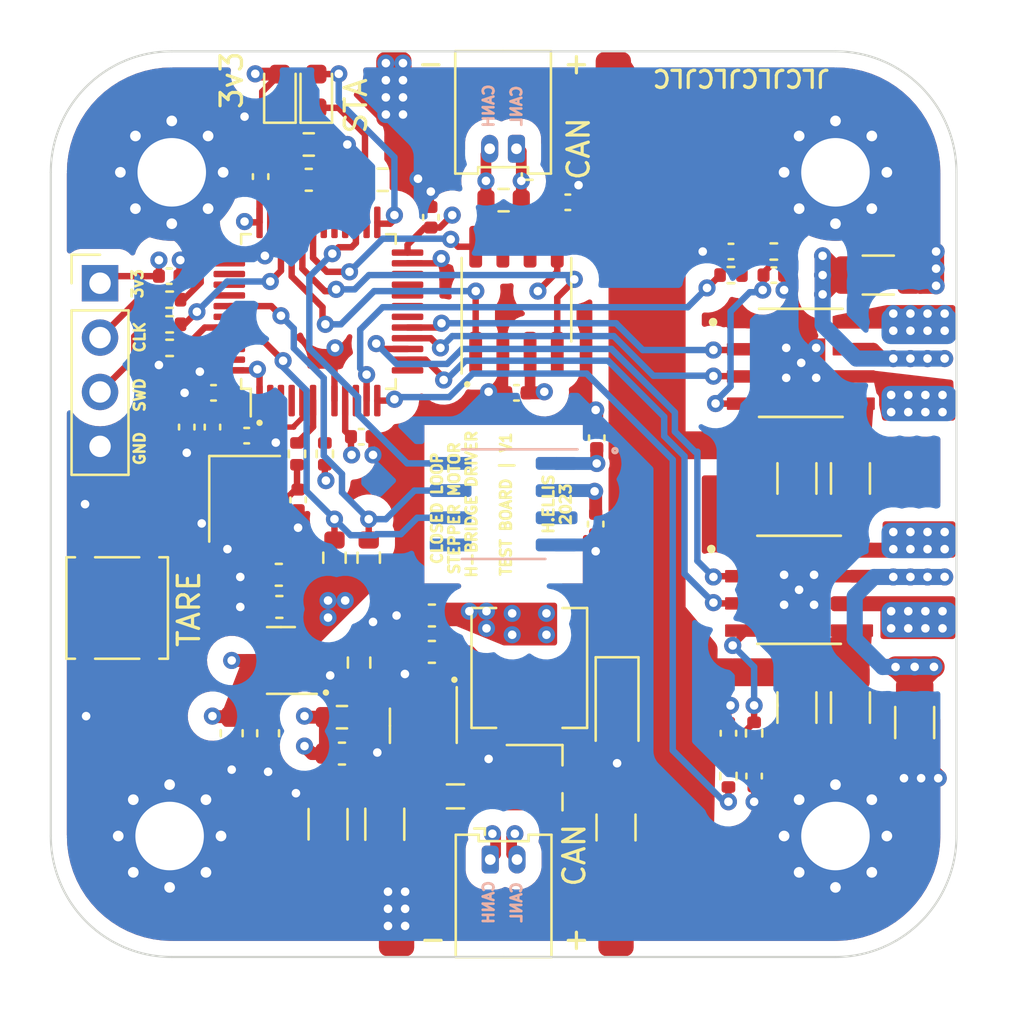
<source format=kicad_pcb>
(kicad_pcb (version 20211014) (generator pcbnew)
  (layers (0 "F.Cu" mixed) (1 "In1.Cu" mixed) (2 "In2.Cu" power) (31 "B.Cu" signal) (34 "B.Paste" user) (35 "F.Paste" user) (36 "B.SilkS" user "B.Silkscreen") (37 "F.SilkS" user "F.Silkscreen") (38 "B.Mask" user) (39 "F.Mask" user) (44 "Edge.Cuts" user))
  (net 0 "")
  (net 1 "+24V")
  (net 2 "B-_OUT")
  (net 3 "GND")
  (net 4 "+3.3V")
  (net 5 "I2C1_SDA")
  (net 6 "Net-(D3-Pad1)")
  (net 7 "B_CURRENT")
  (net 8 "B_CURRENT_PWM")
  (net 9 "Net-(R16-Pad1)")
  (net 10 "Net-(R15-Pad1)")
  (net 11 "A_CURRENT")
  (net 12 "A_CURRENT_PWM")
  (net 13 "Net-(D2-Pad1)")
  (net 14 "BUCK_FB")
  (net 15 "+5V")
  (net 16 "BUCK_IN")
  (net 17 "BUCK_EN")
  (net 18 "I2C1_SCL")
  (net 19 "Net-(R12-Pad2)")
  (net 20 "Net-(R11-Pad2)")
  (net 21 "HSE_OUT")
  (net 22 "Net-(C19-Pad1)")
  (net 23 "SWDIO")
  (net 24 "Net-(J1-Pad3)")
  (net 25 "SWCLK")
  (net 26 "Net-(J1-Pad2)")
  (net 27 "BUCK_BST")
  (net 28 "BUCK_SW")
  (net 29 "Net-(FB1-Pad2)")
  (net 30 "Net-(F1-Pad2)")
  (net 31 "CAN_TX")
  (net 32 "CAN_RX")
  (net 33 "CAN_SILENT")
  (net 36 "ENC_DIR")
  (net 37 "A-")
  (net 38 "A+")
  (net 39 "A+_OUT")
  (net 40 "A-_OUT")
  (net 41 "B-")
  (net 42 "B+")
  (net 43 "B+_OUT")
  (net 44 "HSE_IN")
  (net 45 "BUTTON")
  (net 46 "LED")
  (net 66 "Net-(C27-Pad1)")
  (net 67 "Net-(C29-Pad1)")
  (net 68 "CAN-")
  (net 69 "CAN+")
  (footprint "Resistor_SMD:R_0603_1608Metric" (layer "F.Cu") (at 76.45 74.45)
    (fp_text reference "R19")
    (fp_text value "1k5")
  )
  (footprint "Resistor_SMD:R_0402_1005Metric" (layer "F.Cu") (at 66.5 80.05 180)
    (fp_text reference "R4")
    (fp_text value "22")
  )
  (footprint "Capacitor_SMD:C_0402_1005Metric" (layer "F.Cu") (at 68.55 84.4 180)
    (fp_text reference "C13")
    (fp_text value "100n")
  )
  (footprint "Capacitor_SMD:C_0603_1608Metric" (layer "F.Cu") (at 69.4 100.3 -90)
    (fp_text reference "C5")
    (fp_text value "10u")
  )
  (footprint "Capacitor_SMD:C_0603_1608Metric" (layer "F.Cu") (at 71.625 94.4 180)
    (fp_text reference "C3")
    (fp_text value "100n")
  )
  (footprint "Capacitor_SMD:C_0402_1005Metric" (layer "F.Cu") (at 92.6 100.3 90)
    (fp_text reference "C28")
    (fp_text value "100n")
  )
  (footprint "Resistor_SMD:R_0603_1608Metric" (layer "F.Cu") (at 82.1 75.4)
    (fp_text reference "R9")
    (fp_text value "120")
  )
  (footprint "Package_QFP:LQFP-48_7x7mm_P0.5mm" (layer "F.Cu") (at 73.45 80.6 90)
    (fp_text reference "U7")
    (fp_text value "STM32F103C6Tx")
  )
  (footprint "Fuse:Fuse_1206_3216Metric" (layer "F.Cu") (at 87.35 104.7 90)
    (fp_text reference "F1")
    (fp_text value "250mA")
  )
  (footprint "Capacitor_SMD:C_0402_1005Metric" (layer "F.Cu") (at 92.72 77.8 180)
    (fp_text reference "C29")
    (fp_text value "100n")
  )
  (footprint "Capacitor_SMD:C_0603_1608Metric" (layer "F.Cu") (at 74.55 101.25)
    (fp_text reference "C8")
    (fp_text value "100n")
  )
  (footprint "Connector_Molex:Molex_PicoBlade_53048-0210_1x02_P1.25mm_Horizontal" (layer "F.Cu") (at 82.7 73 180)
    (fp_text reference "J3")
    (fp_text value "Conn_01x02")
  )
  (footprint "Resistor_SMD:R_0402_1005Metric" (layer "F.Cu") (at 66.5 81.2 180)
    (fp_text reference "R5")
    (fp_text value "22")
  )
  (footprint "Capacitor_SMD:C_0402_1005Metric" (layer "F.Cu") (at 86.4 90.53 -90)
    (fp_text reference "C21")
    (fp_text value "10u")
  )
  (footprint "Resistor_SMD:R_0402_1005Metric" (layer "F.Cu") (at 66.5 82.3)
    (fp_text reference "R12")
    (fp_text value "10k")
  )
  (footprint "Resistor_SMD:R_0402_1005Metric" (layer "F.Cu") (at 94.72 77.8)
    (fp_text reference "R18")
    (fp_text value "1k")
  )
  (footprint "Capacitor_SMD:C_0402_1005Metric" (layer "F.Cu") (at 68.5 86 -90)
    (fp_text reference "C17")
    (fp_text value "100n")
  )
  (footprint "Capacitor_SMD:C_0603_1608Metric" (layer "F.Cu") (at 78.75 96.5)
    (fp_text reference "C10")
    (fp_text value "100n")
  )
  (footprint "TB67H450FNG_EL:SOIC127P599X175-9N" (layer "F.Cu") (at 95.9825 83)
    (fp_text reference "U6")
    (fp_text value "TB67H450FNG,EL")
  )
  (footprint "Capacitor_SMD:C_0402_1005Metric" (layer "F.Cu") (at 75.45 86.45)
    (fp_text reference "C16")
    (fp_text value "100n")
  )
  (footprint "Resistor_SMD:R_0402_1005Metric" (layer "F.Cu") (at 93.8 100.3 90)
    (fp_text reference "R14")
    (fp_text value "1k")
  )
  (footprint "MountingHole:MountingHole_3.2mm_M3_Pad_Via" (layer "F.Cu") (at 97.6 105.1)
    (fp_text reference "H2")
    (fp_text value "MountingHole_Pad")
  )
  (footprint "Capacitor_SMD:C_0402_1005Metric" (layer "F.Cu") (at 72.5 89.4 -90)
    (fp_text reference "C19")
    (fp_text value "12p")
  )
  (footprint "Package_TO_SOT_SMD:SOT-23" (layer "F.Cu") (at 71.7 96.9 180)
    (fp_text reference "U2")
    (fp_text value "MCP1700-3302E_SOT23")
  )
  (footprint "Capacitor_SMD:C_0402_1005Metric" (layer "F.Cu") (at 85.1 75.5)
    (fp_text reference "C11")
    (fp_text value "100n")
  )
  (footprint "Capacitor_SMD:C_0402_1005Metric" (layer "F.Cu") (at 66.48 78.95)
    (fp_text reference "C6")
    (fp_text value "100n")
  )
  (footprint "Capacitor_SMD:C_0402_1005Metric" (layer "F.Cu") (at 86.45 86.5 90)
    (fp_text reference "C20")
    (fp_text value "100n")
  )
  (footprint "Connector_Molex:Molex_PicoBlade_53048-0210_1x02_P1.25mm_Horizontal" (layer "F.Cu") (at 81.475 106.2)
    (fp_text reference "J2")
    (fp_text value "Conn_01x02")
  )
  (footprint "Diode_SMD:D_SOD-123" (layer "F.Cu") (at 87.4 99 -90)
    (fp_text reference "D1")
    (fp_text value "B5819W")
  )
  (footprint "Capacitor_SMD:C_0603_1608Metric" (layer "F.Cu") (at 71.1 100.3 -90)
    (fp_text reference "C4")
    (fp_text value "100n")
  )
  (footprint "Resistor_SMD:R_0603_1608Metric" (layer "F.Cu") (at 74.2 92.1 90)
    (fp_text reference "R2")
    (fp_text value "2k2")
  )
  (footprint "Capacitor_SMD:C_0603_1608Metric" (layer "F.Cu") (at 78.75 94.8 180)
    (fp_text reference "C7")
    (fp_text value "10u")
  )
  (footprint "Resistor_SMD:R_1206_3216Metric" (layer "F.Cu") (at 101.3 99.8 -90)
    (fp_text reference "R15")
    (fp_text value ".1")
  )
  (footprint "LED_SMD:LED_0603_1608Metric" (layer "F.Cu") (at 73.35 70.3 90)
    (fp_text reference "D3")
    (fp_text value "BLUE")
  )
  (footprint "MountingHole:MountingHole_3.2mm_M3_Pad_Via" (layer "F.Cu") (at 66.5 105.1)
    (fp_text reference "H1")
    (fp_text value "MountingHole_Pad")
  )
  (footprint "Capacitor_SMD:C_0402_1005Metric" (layer "F.Cu") (at 70.1 86.4 180)
    (fp_text reference "C18")
    (fp_text value "12p")
  )
  (footprint "LED_SMD:LED_0603_1608Metric" (layer "F.Cu") (at 71.65 70.3 90)
    (fp_text reference "D2")
    (fp_text value "RED")
  )
  (footprint "Resistor_SMD:R_0603_1608Metric" (layer "F.Cu") (at 75.35 97 90)
    (fp_text reference "R7")
    (fp_text value "9.1k")
  )
  (footprint "Package_SO:SOIC-8_3.9x4.9mm_P1.27mm" (layer "F.Cu") (at 82.7 80.05 90)
    (fp_text reference "U3")
    (fp_text value "TJA1051T-3")
  )
  (footprint "Capacitor_SMD:C_0603_1608Metric" (layer "F.Cu") (at 71.6 92.9 180)
    (fp_text reference "C2")
    (fp_text value "10u")
  )
  (footprint "Capacitor_SMD:C_1206_3216Metric" (layer "F.Cu") (at 98.3 99.1 -90)
    (fp_text reference "C26")
    (fp_text value "0.1u")
  )
  (footprint "Resistor_SMD:R_0402_1005Metric" (layer "F.Cu") (at 73.75 87.25 90)
    (fp_text reference "R11")
    (fp_text value "10k")
  )
  (footprint "TB67H450FNG_EL:SOIC127P599X175-9N" (layer "F.Cu") (at 95.9 93.6)
    (fp_text reference "U5")
    (fp_text value "TB67H450FNG,EL")
  )
  (footprint "Resistor_SMD:R_0402_1005Metric" (layer "F.Cu") (at 92.6 102.3 90)
    (fp_text reference "R13")
    (fp_text value "1k")
  )
  (footprint "Capacitor_SMD:C_0402_1005Metric" (layer "F.Cu") (at 70.75 74.3 90)
    (fp_text reference "C14")
    (fp_text value "100n")
  )
  (footprint "Resistor_SMD:R_1206_3216Metric" (layer "F.Cu") (at 76.55 104.55 90)
    (fp_text reference "R3")
    (fp_text value "1M")
  )
  (footprint "Inductor_SMD:L_0805_2012Metric" (layer "F.Cu") (at 79.85 103.25)
    (fp_text reference "FB1")
    (fp_text value "600 @ 600MHz")
  )
  (footprint "Package_TO_SOT_SMD:SuperSOT-3" (layer "F.Cu") (at 84 102.45)
    (fp_text reference "Q1")
    (fp_text value "FDN352AP")
  )
  (footprint "Capacitor_SMD:C_1206_3216Metric" (layer "F.Cu") (at 95.8 99.1 -90)
    (fp_text reference "C24")
    (fp_text value "47u")
  )
  (footprint "StepperConnections:24V Split Power Connection" (layer "F.Cu") (at 81.975 68.475 180)
    (fp_text reference "J6")
    (fp_text value "Conn_01x02")
  )
  (footprint "Capacitor_SMD:C_0402_1005Metric" (layer "F.Cu") (at 78.7 76.2 90)
    (fp_text reference "C15")
    (fp_text value "100n")
  )
  (footprint "Capacitor_SMD:C_0402_1005Metric" (layer "F.Cu") (at 82.7 84.4 180)
    (fp_text reference "C9")
    (fp_text value "100n")
  )
  (footprint "Capacitor_SMD:C_1206_3216Metric" (layer "F.Cu") (at 98.3 88.4 -90)
    (fp_text reference "C23")
    (fp_text value "47u")
  )
  (footprint "Resistor_SMD:R_0603_1608Metric" (layer "F.Cu") (at 73 72.8)
    (fp_text reference "R8")
    (fp_text value "1k5")
  )
  (footprint "Inductor_SMD:L_Sunlord_MWSA0518_5.4x5.2mm" (layer "F.Cu") (at 83.3 97.25 -90)
    (fp_text reference "L1")
    (fp_text value "L_Small")
  )
  (footprint "Crystal:Crystal_SMD_3225-4Pin_3.2x2.5mm" (layer "F.Cu") (at 70 89.35 -90)
    (fp_text reference "Y1")
    (fp_text value "12MHz")
  )
  (footprint "Capacitor_SMD:C_0402_1005Metric" (layer "F.Cu") (at 94.72 78.9)
    (fp_text reference "C30")
    (fp_text value "100n")
  )
  (footprint "Resistor_SMD:R_0603_1608Metric" (layer "F.Cu") (at 74.55 99.55)
    (fp_text reference "R6")
    (fp_text value "47k")
  )
  (footprint "Button_Switch_SMD:SW_SPST_TL3305B" (layer "F.Cu") (at 64.05 94.45 90)
    (fp_text reference "SW1")
    (fp_text value "SW_Push")
  )
  (footprint "MountingHole:MountingHole_3.2mm_M3_Pad_Via" (layer "F.Cu") (at 97.6 74.1)
    (fp_text reference "H4")
    (fp_text value "MountingHole_Pad")
  )
  (footprint "Resistor_SMD:R_0402_1005Metric" (layer "F.Cu") (at 92.72 78.9)
    (fp_text reference "R17")
    (fp_text value "1k")
  )
  (footprint "Capacitor_SMD:C_1206_3216Metric" (layer "F.Cu") (at 73.9 104.55 90)
    (fp_text reference "C1")
    (fp_text value "10u")
  )
  (footprint "Connector_PinHeader_2.54mm:PinHeader_1x04_P2.54mm_Vertical" (layer "F.Cu") (at 63.25 79.28)
    (fp_text reference "J1")
    (fp_text value "Conn_01x04")
  )
  (footprint "Package_TO_SOT_SMD:TSOT-23-6" (layer "F.Cu") (at 78.35 99.95 -90)
    (fp_text reference "U1")
    (fp_text value "MP2456")
  )
  (footprint "StepperConnections:24V Split Power Connection" (layer "F.Cu") (at 82.1 107.225 180)
    (fp_text reference "J5")
    (fp_text value "Conn_01x02")
  )
  (footprint "Resistor_SMD:R_0402_1005Metric" (layer "F.Cu") (at 72.45 87.25 -90)
    (fp_text reference "R10")
    (fp_text value "47")
  )
  (footprint "Capacitor_SMD:C_0603_1608Metric" (layer "F.Cu") (at 73 74.45)
    (fp_text reference "C12")
    (fp_text value "4u7")
  )
  (footprint "MountingHole:MountingHole_3.2mm_M3_Pad_Via" (layer "F.Cu") (at 66.6 74.1)
    (fp_text reference "H3")
    (fp_text value "MountingHole_Pad")
  )
  (footprint "Resistor_SMD:R_0603_1608Metric" (layer "F.Cu") (at 75.8 92.1 90)
    (fp_text reference "R1")
    (fp_text value "2k2")
  )
  (footprint "Capacitor_SMD:C_0402_1005Metric" (layer "F.Cu") (at 93.8 102.3 -90)
    (fp_text reference "C27")
    (fp_text value "100n")
  )
  (footprint "Capacitor_SMD:C_1206_3216Metric" (layer "F.Cu") (at 95.8 88.4 -90)
    (fp_text reference "C25")
    (fp_text value "0.1u")
  )
  (footprint "Resistor_SMD:R_1206_3216Metric" (layer "F.Cu") (at 99.6 78.9)
    (fp_text reference "R16")
    (fp_text value ".1")
  )
  (footprint "Capacitor_SMD:C_0402_1005Metric" (layer "F.Cu") (at 67.3 86 -90)
    (fp_text reference "C22")
    (fp_text value "100n")
  )
  (footprint "Package_SO:SOIC-8_3.9x4.9mm_P1.27mm" (layer "B.Cu") (at 82.1 89.6 180)
    (fp_text reference "U4")
    (fp_text value "AS5600")
  )
  (footprint "StepperConnections:Stepper Wire Connector" (layer "B.Cu") (at 101.5 87.8 -90)
    (fp_text reference "J4")
    (fp_text value "Conn_01x04")
  )
  (gr_circle (center 87.3 87.1) (end 87.3 87.2) (layer "B.SilkS") (width 0.15) (fill none))
  (gr_circle (center 73.8 98.4) (end 73.8 98.4) (layer "F.SilkS") (width 0.15) (fill none))
  (gr_circle (center 80.4 84) (end 80.4 84) (layer "F.SilkS") (width 0.15) (fill none))
  (gr_circle (center 70.7 85.8) (end 70.7 85.8) (layer "F.SilkS") (width 0.15) (fill none))
  (gr_circle (center 79.8 97.8) (end 79.8 97.8) (layer "F.SilkS") (width 0.15) (fill none))
  (gr_line (start 66.6 68.45) (end 97.6 68.45) (layer "Edge.Cuts") (width 0.1))
  (gr_arc (start 103.25 105.1) (mid 101.595153 109.095153) (end 97.6 110.75) (layer "Edge.Cuts") (width 0.1))
  (gr_arc (start 60.95 74.1) (mid 62.604847 70.104847) (end 66.6 68.45) (layer "Edge.Cuts") (width 0.1))
  (gr_line (start 66.6 110.75) (end 97.6 110.75) (layer "Edge.Cuts") (width 0.1))
  (gr_line (start 103.25 74.1) (end 103.25 105.1) (layer "Edge.Cuts") (width 0.1))
  (gr_arc (start 66.6 110.75) (mid 62.604847 109.095153) (end 60.95 105.1) (layer "Edge.Cuts") (width 0.1))
  (gr_arc (start 97.6 68.45) (mid 101.595153 70.104847) (end 103.25 74.1) (layer "Edge.Cuts") (width 0.1))
  (gr_line (start 60.95 74.1) (end 60.95 105.1) (layer "Edge.Cuts") (width 0.1))
  (gr_text "CANH" (at 81.4 108.2 90) (layer "B.SilkS") (effects (font (size 0.5 0.5) (thickness 0.125)) (justify mirror)))
  (gr_text "CANH" (at 81.4 71 90) (layer "B.SilkS") (effects (font (size 0.5 0.5) (thickness 0.125)) (justify mirror)))
  (gr_text "CANL" (at 82.7 108.2 90) (layer "B.SilkS") (effects (font (size 0.5 0.5) (thickness 0.125)) (justify mirror)))
  (gr_text "CANL" (at 82.7 71 90) (layer "B.SilkS") (effects (font (size 0.5 0.5) (thickness 0.125)) (justify mirror)))
  (gr_text "CAN" (at 85.4 106 90) (layer "F.SilkS") (effects (font (size 1 1))))
  (gr_text "-" (at 78.8 109.9) (layer "F.SilkS") (effects (font (size 1 1))))
  (gr_text "CAN" (at 85.6 73 90) (layer "F.SilkS") (effects (font (size 1 1))))
  (gr_text "+" (at 85.5 69) (layer "F.SilkS") (effects (font (size 1 1))))
  (gr_text "GND" (at 65.1 87 90) (layer "F.SilkS") (effects (font (size 0.5 0.5) (thickness 0.125))))
  (gr_text "STA" (at 75.2 71 90) (layer "F.SilkS") (effects (font (size 1 1))))
  (gr_text "3v3" (at 65 79.3 90) (layer "F.SilkS") (effects (font (size 0.5 0.5) (thickness 0.125))))
  (gr_text "CLOSED LOOP \nSTEPPER MOTOR \nH-BRIDGE DRIVER\n\nTEST BOARD | V1" (at 80.6 89.6 90) (layer "F.SilkS") (effects (font (size 0.5 0.5) (thickness 0.125))))
  (gr_text "-" (at 78.7 69) (layer "F.SilkS") (effects (font (size 1 1))))
  (gr_text "SWD" (at 65.1 84.5 90) (layer "F.SilkS") (effects (font (size 0.5 0.5) (thickness 0.125))))
  (gr_text "3v3" (at 69.4 69.8 90) (layer "F.SilkS") (effects (font (size 1 1))))
  (gr_text "JLCJLCJLCJLC" (at 93.2 69.7 180) (layer "F.SilkS") (effects (font (size 0.8 0.8))))
  (gr_text "+" (at 85.5 109.9) (layer "F.SilkS") (effects (font (size 1 1))))
  (gr_text "H.ELLIS\n2023" (at 84.6 89.6 90) (layer "F.SilkS") (effects (font (size 0.5 0.5) (thickness 0.125))))
  (gr_text "TARE" (at 67.4 94.5 90) (layer "F.SilkS") (effects (font (size 1 1))))
  (gr_text "CLK" (at 65.1 81.8 90) (layer "F.SilkS") (effects (font (size 0.5 0.5) (thickness 0.125))))
  (via (at 101.1 81.5) (size 0.8) (drill 0.4) (layers "F.Cu" "B.Cu") (net 2))
  (via (at 101.1 80.7) (size 0.8) (drill 0.4) (layers "F.Cu" "B.Cu") (net 2))
  (via (at 101.9 81.5) (size 0.8) (drill 0.4) (layers "F.Cu" "B.Cu") (net 2))
  (via (at 102.7 80.7) (size 0.8) (drill 0.4) (layers "F.Cu" "B.Cu") (net 2))
  (via (at 101.9 80.7) (size 0.8) (drill 0.4) (layers "F.Cu" "B.Cu") (net 2))
  (via (at 102.7 81.5) (size 0.8) (drill 0.4) (layers "F.Cu" "B.Cu") (net 2))
  (via (at 100.3 81.5) (size 0.8) (drill 0.4) (layers "F.Cu" "B.Cu") (net 2))
  (via (at 100.3 80.7) (size 0.8) (drill 0.4) (layers "F.Cu" "B.Cu") (net 2))
  (segment (start 70.75 73.45) (end 70.75 73.82) (width 0.25) (layer "F.Cu") (net 3))
  (segment (start 73.825 74.4) (end 73.775 74.45) (width 0.6) (layer "F.Cu") (net 3))
  (segment (start 101.3 101.2625) (end 101.3 102.1) (width 0.75) (layer "F.Cu") (net 3))
  (segment (start 72.5 89.88) (end 72.5 90.7) (width 0.3) (layer "F.Cu") (net 3))
  (segment (start 82.065 84.245) (end 82.22 84.4) (width 0.5) (layer "F.Cu") (net 3))
  (segment (start 86.4 91.01) (end 86.4 91.8) (width 0.6) (layer "F.Cu") (net 3))
  (segment (start 85.58 75.5) (end 85.58 74.72) (width 0.6) (layer "F.Cu") (net 3))
  (segment (start 95.2 78.9) (end 95.2 79.6) (width 0.3) (layer "F.Cu") (net 3))
  (segment (start 73.75 97.85) (end 72.6375 97.85) (width 0.6) (layer "F.Cu") (net 3))
  (segment (start 86.45 85.25) (end 86.45 86.02) (width 0.6) (layer "F.Cu") (net 3))
  (segment (start 62.55 98.05) (end 62.55 90.85) (width 1) (layer "F.Cu") (net 3))
  (segment (start 68.05 90.45) (end 68 90.5) (width 0.25) (layer "F.Cu") (net 3))
  (segment (start 73.9 103.075) (end 72.425 103.075) (width 0.6) (layer "F.Cu") (net 3))
  (segment (start 82.9 101.5) (end 81.4 101.5) (width 0.6) (layer "F.Cu") (net 3))
  (segment (start 66.96 78.239503) (end 66.999503 78.2) (width 0.3) (layer "F.Cu") (net 3))
  (segment (start 95.7375 91.695) (end 95.9 91.8575) (width 0.6) (layer "F.Cu") (net 3))
  (segment (start 81.4495 84.4) (end 81.4 84.3505) (width 0.6) (layer "F.Cu") (net 3))
  (segment (start 62.55 90.85) (end 62.55 89.6) (width 1) (layer "F.Cu") (net 3))
  (segment (start 69.2875 82.85) (end 68.474598 82.85) (width 0.25) (layer "F.Cu") (net 3))
  (segment (start 92.6 99.82) (end 92.63 99.79) (width 0.5) (layer "F.Cu") (net 3))
  (segment (start 77.83219 97.53219) (end 77.48927 97.53219) (width 0.5) (layer "F.Cu") (net 3))
  (segment (start 92.24 77.8) (end 91.4 77.8) (width 0.3) (layer "F.Cu") (net 3))
  (segment (start 73.825 72.8) (end 74.8 72.8) (width 0.6) (layer "F.Cu") (net 3))
  (segment (start 100.8 102.4245) (end 102.3755 102.4245) (width 0.75) (layer "F.Cu") (net 3))
  (segment (start 93.5125 81.095) (end 95.495 81.095) (width 0.6) (layer "F.Cu") (net 3))
  (segment (start 86.4 85.2) (end 86.45 85.25) (width 0.6) (layer "F.Cu") (net 3))
  (segment (start 92.7 99) (end 92.6 99.1) (width 0.3) (layer "F.Cu") (net 3))
  (segment (start 68.5 86.48) (end 67.3 86.48) (width 0.25) (layer "F.Cu") (net 3))
  (segment (start 101.2 78.9) (end 102.3 77.8) (width 0.75) (layer "F.Cu") (net 3))
  (segment (start 65.99 83.09) (end 66 83.1) (width 0.3) (layer "F.Cu") (net 3))
  (segment (start 77.275 74.45) (end 78.05 74.45) (width 0.3) (layer "F.Cu") (net 3))
  (segment (start 95.8 89.875) (end 95.8 93.5) (width 1) (layer "F.Cu") (net 3))
  (segment (start 75.325 101.25) (end 76.15 101.25) (width 0.6) (layer "F.Cu") (net 3))
  (segment (start 67.3 86.48) (end 67.3 87.2) (width 0.25) (layer "F.Cu") (net 3))
  (segment (start 69.15 91.65) (end 69.2 91.7) (width 0.25) (layer "F.Cu") (net 3))
  (segment (start 87.4 100.65) (end 87.4 101.7) (width 0.6) (layer "F.Cu") (net 3))
  (segment (start 95.9825 81.5825) (end 95.9825 83) (width 0.6) (layer "F.Cu") (net 3))
  (segment (start 69.15 90.45) (end 68.05 90.45) (width 0.25) (layer "F.Cu") (net 3))
  (segment (start 70.825 93) (end 69.8 93) (width 0.5) (layer "F.Cu") (net 3))
  (segment (start 82.065 82.525) (end 82.065 84.245) (width 0.5) (layer "F.Cu") (net 3))
  (segment (start 78 97.7) (end 77.83219 97.53219) (width 0.5) (layer "F.Cu") (net 3))
  (segment (start 95.8 100.575) (end 98.3 100.575) (width 1) (layer "F.Cu") (net 3))
  (segment (start 70.85 88.25) (end 70.85 87.333282) (width 0.25) (layer "F.Cu") (net 3))
  (segment (start 70.825 94.4) (end 69.8 94.4) (width 0.5) (layer "F.Cu") (net 3))
  (segment (start 82.22 84.4) (end 81.4495 84.4) (width 0.6) (layer "F.Cu") (net 3))
  (segment (start 75.93 87.23) (end 76 87.3) (width 0.3) (layer "F.Cu") (net 3))
  (segment (start 74 97.6) (end 73.75 97.85) (width 0.6) (layer "F.Cu") (net 3))
  (segment (start 78.35 98.05) (end 78 97.7) (width 0.5) (layer "F.Cu") (net 3))
  (segment (start 102.3 77.8) (end 102.3 79.4) (width 0.75) (layer "F.Cu") (net 3))
  (segment (start 95.8 89.875) (end 98.3 89.875) (width 1) (layer "F.Cu") (net 3))
  (segment (start 101.0625 78.9) (end 101.2 78.9) (width 0.75) (layer "F.Cu") (net 3))
  (segment (start 102.3755 102.4245) (end 102.4 102.4) (width 0.75) (layer "F.Cu") (net 3))
  (segment (start 70.4 73.1) (end 70.75 73.45) (width 0.25) (layer "F.Cu") (net 3))
  (segment (start 70.85 87.333282) (end 71.458782 86.7245) (width 0.25) (layer "F.Cu") (net 3))
  (segment (start 77.6125 78.35) (end 78.96384 78.35) (width 0.3) (layer "F.Cu") (net 3))
  (segment (start 66.96 78.95) (end 66.96 78.239503) (width 0.3) (layer "F.Cu") (net 3))
  (segment (start 70.4 71.9) (end 70.4 73.1) (width 0.25) (layer "F.Cu") (net 3))
  (segment (start 100.8 101.7625) (end 101.3 101.2625) (width 0.75) (layer "F.Cu") (net 3))
  (segment (start 70 71.5) (end 70.4 71.9) (width 0.25) (layer "F.Cu") (net 3))
  (segment (start 100.8 102.4) (end 100.8 101.7625) (width 0.75) (layer "F.Cu") (net 3))
  (segment (start 92.6 99.1) (end 92.6 99.82) (width 0.3) (layer "F.Cu") (net 3))
  (segment (start 69.4 101.075) (end 69.4 102) (width 0.6) (layer "F.Cu") (net 3))
  (segment (start 95.23 78.87) (end 95.2 78.9) (width 0.3) (layer "F.Cu") (net 3))
  (segment (start 68.474598 82.85) (end 67.912299 83.412299) (width 0.25) (layer "F.Cu") (net 3))
  (segment (start 78.7 75.72) (end 78.7 75) (width 0.3) (layer "F.Cu") (net 3))
  (segment (start 78.96384 78.35) (end 79.186554 78.127286) (width 0.3) (layer "F.Cu") (net 3))
  (segment (start 93.8 102.78) (end 93.8 103.5) (width 0.3) (layer "F.Cu") (net 3))
  (segment (start 85.58 74.72) (end 85.6 74.7) (width 0.6) (layer "F.Cu") (net 3))
  (segment (start 101.5625 79.4) (end 101.0625 78.9) (width 0.75) (layer "F.Cu") (net 3))
  (segment (start 69.15 90.45) (end 69.15 91.65) (width 0.25) (layer "F.Cu") (net 3))
  (segment (start 62.55 99.45) (end 62.6 99.5) (width 1) (layer "F.Cu") (net 3))
  (segment (start 76.15 101.25) (end 76.2 101.2) (width 0.6) (layer "F.Cu") (net 3))
  (segment (start 71.2 76.4375) (end 71.2 77.7505) (width 0.3) (layer "F.Cu") (net 3))
  (segment (start 102.4 102.3625) (end 101.3 101.2625) (width 0.75) (layer "F.Cu") (net 3))
  (segment (start 78.35 98.8125) (end 78.35 98.05) (width 0.5) (layer "F.Cu") (net 3))
  (segment (start 95.495 81.095) (end 95.9825 81.5825) (width 0.6) (layer "F.Cu") (net 3))
  (segment (start 75.93 86.45) (end 75.93 87.23) (width 0.3) (layer "F.Cu") (net 3))
  (segment (start 102.3 79.4) (end 101.5625 79.4) (width 0.75) (layer "F.Cu") (net 3))
  (segment (start 68.07 84.4) (end 67.2 84.4) (width 0.25) (layer "F.Cu") (net 3))
  (segment (start 76 95.1) (end 75.35 95.75) (width 0.6) (layer "F.Cu") (net 3))
  (segment (start 73.825 72.8) (end 73.825 74.4) (width 0.6) (layer "F.Cu") (net 3))
  (segment (start 62.55 89.75) (end 62.55 89.6) (width 1) (layer "F.Cu") (net 3))
  (segment (start 68.58 86.4) (end 68.5 86.48) (width 0.25) (layer "F.Cu") (net 3))
  (segment (start 102 78.9) (end 102.3 78.6) (width 0.75) (layer "F.Cu") (net 3))
  (segment (start 62.55 98.05) (end 62.55 99.45) (width 1) (layer "F.Cu") (net 3))
  (segment (start 74.2282 82.3) (end 74.2 82.3282) (width 0.3) (layer "F.Cu") (net 3))
  (segment (start 74.2 82.3282) (end 74.2 84.7625) (width 0.3) (layer "F.Cu") (net 3))
  (segment (start 93.43 91.695) (end 95.7375 91.695) (width 0.6) (layer "F.Cu") (net 3))
  (segment (start 71.2 77.7505) (end 70.9505 78) (width 0.3) (layer "F.Cu") (net 3))
  (segment (start 71.1 101.075) (end 71.1 102.1) (width 0.6) (layer "F.Cu") (net 3))
  (segment (start 78.05 74.45) (end 78.1 74.4) (width 0.3) (layer "F.Cu") (net 3))
  (segment (start 69.62 86.4) (end 68.58 86.4) (width 0.25) (layer "F.Cu") (net 3))
  (segment (start 72.425 103.075) (end 72.4 103.1) (width 0.6) (layer "F.Cu") (net 3))
  (segment (start 65.99 82.3) (end 65.99 83.09) (width 0.3) (layer "F.Cu") (net 3))
  (segment (start 102.4 102.4) (end 102.4 102.3625) (width 0.75) (layer "F.Cu") (net 3))
  (segment (start 101.0625 78.9) (end 102 78.9) (width 0.75) (layer "F.Cu") (net 3))
  (segment (start 77.975 94.8) (end 77.1 94.8) (width 0.6) (layer "F.Cu") (net 3))
  (segment (start 95.9 91.8575) (end 95.9 93.6) (width 0.6) (layer "F.Cu") (net 3))
  (segment (start 101.3 102.1) (end 101.6 102.4) (width 0.75) (layer "F.Cu") (net 3))
  (segment (start 75.35 95.75) (end 75.35 96.175) (width 0.6) (layer "F.Cu") (net 3))
  (segment (start 95.8 93.5) (end 95.9 93.6) (width 1) (layer "F.Cu") (net 3))
  (via (at 76.6 69) (size 0.8) (drill 0.4) (layers "F.Cu" "B.Cu") (net 3))
  (via (at 76.6 71.4) (size 0.8) (drill 0.4) (layers "F.Cu" "B.Cu") (net 3))
  (via (at 67.3 87.2) (size 0.8) (drill 0.4) (layers "F.Cu" "B.Cu") (net 3))
  (via (at 77.5 108.5) (size 0.8) (drill 0.4) (layers "F.Cu" "B.Cu") (net 3))
  (via (at 74.8 72.8) (size 0.8) (drill 0.4) (layers "F.Cu" "B.Cu") (net 3))
  (via (at 67.2 84.4) (size 0.8) (drill 0.4) (layers "F.Cu" "B.Cu") (net 3))
  (via (at 102.3 77.8) (size 0.8) (drill 0.4) (layers "F.Cu" "B.Cu") (net 3))
  (via (at 102.4 102.4) (size 0.8) (drill 0.4) (layers "F.Cu" "B.Cu") (net 3))
  (via (at 78.1 74.4) (size 0.8) (drill 0.4) (layers "F.Cu" "B.Cu") (net 3))
  (via (at 76 87.3) (size 0.8) (drill 0.4) (layers "F.Cu" "B.Cu") (net 3))
  (via (at 77.48927 97.53219) (size 0.8) (drill 0.4) (layers "F.Cu" "B.Cu") (net 3))
  (via (at 70 71.5) (size 0.8) (drill 0.4) (layers "F.Cu" "B.Cu") (net 3))
  (via (at 93.8 103.5) (size 0.8) (drill 0.4) (layers "F.Cu" "B.Cu") (net 3))
  (via (at 66.999503 78.2) (size 0.8) (drill 0.4) (layers "F.Cu" "B.Cu") (net 3))
  (via (at 77.1 94.8) (size 0.8) (drill 0.4) (layers "F.Cu" "B.Cu") (net 3))
  (via (at 102.3 78.6) (size 0.8) (drill 0.4) (layers "F.Cu" "B.Cu") (net 3))
  (via (at 76.2 101.2) (size 0.8) (drill 0.4) (layers "F.Cu" "B.Cu") (net 3))
  (via (at 68 90.5) (size 0.8) (drill 0.4) (layers "F.Cu" "B.Cu") (net 3))
  (via (at 78.7 75) (size 0.8) (drill 0.4) (layers "F.Cu" "B.Cu") (net 3))
  (via (at 76.7 108.5) (size 0.8) (drill 0.4) (layers "F.Cu" "B.Cu") (net 3))
  (via (at 69.8 94.4) (size 0.8) (drill 0.4) (layers "F.Cu" "B.Cu") (net 3))
  (via (at 76.6 70.6) (size 0.8) (drill 0.4) (layers "F.Cu" "B.Cu") (net 3))
  (via (at 96.6 94.3) (size 0.8) (drill 0.4) (layers "F.Cu" "B.Cu") (net 3))
  (via (at 102.3 79.4) (size 0.8) (drill 0.4) (layers "F.Cu" "B.Cu") (net 3))
  (via (at 77.4 69) (size 0.8) (drill 0.4) (layers "F.Cu" "B.Cu") (net 3))
  (via (at 76.6 69.8) (size 0.8) (drill 0.4) (layers "F.Cu" "B.Cu") (net 3))
  (via (at 76 95.1) (size 0.8) (drill 0.4) (layers "F.Cu" "B.Cu") (net 3))
  (via (at 95.2 92.9) (size 0.8) (drill 0.4) (layers "F.Cu" "B.Cu") (net 3))
  (via (at 87.4 101.7) (size 0.8) (drill 0.4) (layers "F.Cu" "B.Cu") (net 3))
  (via (at 72.4 103.1) (size 0.8) (drill 0.4) (layers "F.Cu" "B.Cu") (net 3))
  (via (at 71.458782 86.7245) (size 0.8) (drill 0.4) (layers "F.Cu" "B.Cu") (net 3))
  (via (at 74 97.6) (size 0.8) (drill 0.4) (layers "F.Cu" "B.Cu") (net 3))
  (via (at 79.186554 78.127286) (size 0.8) (drill 0.4) (layers "F.Cu" "B.Cu") (net 3))
  (via (at 100.8 102.4) (size 0.8) (drill 0.4) (layers "F.Cu" "B.Cu") (net 3))
  (via (at 76.7 107.7) (size 0.8) (drill 0.4) (layers "F.Cu" "B.Cu") (net 3))
  (via (at 77.5 107.7) (size 0.8) (drill 0.4) (layers "F.Cu" "B.Cu") (net 3))
  (via (at 69.2 91.7) (size 0.8) (drill 0.4) (layers "F.Cu" "B.Cu") (net 3))
  (via (at 69.4 102) (size 0.8) (drill 0.4) (layers "F.Cu" "B.Cu") (net 3))
  (via (at 86.4 91.8) (size 0.8) (drill 0.4) (layers "F.Cu" "B.Cu") (net 3))
  (via (at 86.4 85.2) (size 0.8) (drill 0.4) (layers "F.Cu" "B.Cu") (net 3))
  (via (at 76.7 109.3) (size 0.8) (drill 0.4) (layers "F.Cu" "B.Cu") (net 3))
  (via (at 62.55 89.6) (size 0.8) (drill 0.4) (layers "F.Cu" "B.Cu") (net 3))
  (via (at 74.2282 82.3) (size 0.8) (drill 0.4) (layers "F.Cu" "B.Cu") (net 3))
  (via (at 85.6 74.7) (size 0.8) (drill 0.4) (layers "F.Cu" "B.Cu") (net 3))
  (via (at 69.8 93) (size 0.8) (drill 0.4) (layers "F.Cu" "B.Cu") (net 3))
  (via (at 71.1 102.1) (size 0.8) (drill 0.4) (layers "F.Cu" "B.Cu") (net 3))
  (via (at 77.5 109.3) (size 0.8) (drill 0.4) (layers "F.Cu" "B.Cu") (net 3))
  (via (at 95.2 79.6) (size 0.8) (drill 0.4) (layers "F.Cu" "B.Cu") (net 3))
  (via (at 96.7 83.7) (size 0.8) (drill 0.4) (layers "F.Cu" "B.Cu") (net 3))
  (via (at 95.2 94.3) (size 0.8) (drill 0.4) (layers "F.Cu" "B.Cu") (net 3))
  (via (at 66 83.1) (size 0.8) (drill 0.4) (layers "F.Cu" "B.Cu") (net 3))
  (via (at 95.3 83.7) (size 0.8) (drill 0.4) (layers "F.Cu" "B.Cu") (net 3))
  (via (at 101.6 102.4) (size 0.8) (drill 0.4) (layers "F.Cu" "B.Cu") (net 3))
  (via (at 96.6 92.9) (size 0.8) (drill 0.4) (layers "F.Cu" "B.Cu") (net 3))
  (via (at 62.6 99.5) (size 0.8) (drill 0.4) (layers "F.Cu" "B.Cu") (net 3))
  (via (at 77.4 69.8) (size 0.8) (drill 0.4) (layers "F.Cu" "B.Cu") (net 3))
  (via (at 77.4 71.4) (size 0.8) (drill 0.4) (layers "F.Cu" "B.Cu") (net 3))
  (via (at 77.4 70.6) (size 0.8) (drill 0.4) (layers "F.Cu" "B.Cu") (net 3))
  (via (at 95.9 93.6) (size 0.8) (drill 0.4) (layers "F.Cu" "B.Cu") (net 3))
  (via (at 67.912299 83.412299) (size 0.8) (drill 0.4) (layers "F.Cu" "B.Cu") (net 3))
  (via (at 96.7 82.3) (size 0.8) (drill 0.4) (layers "F.Cu" "B.Cu") (net 3))
  (via (at 70.9505 78) (size 0.8) (drill 0.4) (layers "F.Cu" "B.Cu") (net 3))
  (via (at 81.4 84.3505) (size 0.8) (drill 0.4) (layers "F.Cu" "B.Cu") (net 3))
  (via (at 92.7 99) (size 0.8) (drill 0.4) (layers "F.Cu" "B.Cu") (net 3))
  (via (at 91.4 77.8) (size 0.8) (drill 0.4) (layers "F.Cu" "B.Cu") (net 3))
  (via (at 96 83) (size 0.8) (drill 0.4) (layers "F.Cu" "B.Cu") (net 3))
  (via (at 95.3 82.3) (size 0.8) (drill 0.4) (layers "F.Cu" "B.Cu") (net 3))
  (via (at 81.4 101.5) (size 0.8) (drill 0.4) (layers "F.Cu" "B.Cu") (net 3))
  (via (at 72.5 90.7) (size 0.8) (drill 0.4) (layers "F.Cu" "B.Cu") (net 3))
  (segment (start 84.575 91.505) (end 86.105 91.505) (width 0.6) (layer "B.Cu") (net 3))
  (segment (start 86.105 91.505) (end 86.4 91.8) (width 0.6) (layer "B.Cu") (net 3))
  (segment (start 86.4 89.05) (end 86.4 90.05) (width 0.6) (layer "F.Cu") (net 4))
  (segment (start 71.02 74.78) (end 71.35 74.45) (width 0.5) (layer "F.Cu") (net 4))
  (segment (start 68.5 85.52) (end 67.3 85.52) (width 0.25) (layer "F.Cu") (net 4))
  (segment (start 70.7 76.4375) (end 70.0375 76.4375) (width 0.3) (layer "F.Cu") (net 4))
  (segment (start 79.7 76.1) (end 79.12 76.68) (width 0.3) (layer "F.Cu") (net 4))
  (segment (start 69.2875 83.35) (end 70.55 83.35) (width 0.3) (layer "F.Cu") (net 4))
  (segment (start 70.7 74.83) (end 70.75 74.78) (width 0.3) (layer "F.Cu") (net 4))
  (segment (start 74.97 86.45) (end 74.97 87.27) (width 0.3) (layer "F.Cu") (net 4))
  (segment (start 69.58 85.52) (end 68.5 85.52) (width 0.25) (layer "F.Cu") (net 4))
  (segment (start 86.35 89) (end 86.4 89.05) (width 0.6) (layer "F.Cu") (net 4))
  (segment (start 70.3375 84.7625) (end 69.58 85.52) (width 0.25) (layer "F.Cu") (net 4))
  (segment (start 73.75 87.76) (end 73.75 88.45) (width 0.3) (layer "F.Cu") (net 4))
  (segment (start 72.225 73.625) (end 71.747183 73.625) (width 0.3) (layer "F.Cu") (net 4))
  (segment (start 70.5125 69.5125) (end 70.5 69.5) (width 0.6) (layer "F.Cu") (net 4))
  (segment (start 71.65 69.5125) (end 70.5125 69.5125) (width 0.6) (layer "F.Cu") (net 4))
  (segment (start 84.605 77.575) (end 84.605 78.744) (width 0.3) (layer "F.Cu") (net 4))
  (segment (start 84.605 75.515) (end 84.62 75.5) (width 0.5) (layer "F.Cu") (net 4))
  (segment (start 70.7 83.4) (end 70.6 83.3) (width 0.3) (layer "F.Cu") (net 4))
  (segment (start 70.7 84.7625) (end 70.3375 84.7625) (width 0.25) (layer "F.Cu") (net 4))
  (segment (start 63.58 78.95) (end 63.25 79.28) (width 0.3) (layer "F.Cu") (net 4))
  (segment (start 86.45 87.08) (end 86.45 87.7) (width 0.6) (layer "F.Cu") (net 4))
  (segment (start 69.03 83.97) (end 69.2875 83.7125) (width 0.3) (layer "F.Cu") (net 4))
  (segment (start 69.03 84.4) (end 69.03 83.97) (width 0.3) (layer "F.Cu") (net 4))
  (segment (start 74.7 86.18) (end 74.7 84.7625) (width 0.3) (layer "F.Cu") (net 4))
  (segment (start 69.2875 83.7125) (end 69.2875 83.35) (width 0.3) (layer "F.Cu") (net 4))
  (segment (start 74.97 87.27) (end 75 87.3) (width 0.3) (layer "F.Cu") (net 4))
  (segment (start 70.7 76.4375) (end 70.7 74.83) (width 0.3) (layer "F.Cu") (net 4))
  (segment (start 84.605 77.575) (end 84.605 75.515) (width 0.5) (layer "F.Cu") (net 4))
  (segment (start 66 78.95) (end 63.58 78.95) (width 0.3) (layer "F.Cu") (net 4))
  (segment (start 70.825 71.541834) (end 70.825 70.3375) (width 0.3) (layer "F.Cu") (net 4))
  (segment (start 71.35 74.45) (end 72.225 74.45) (width 0.5) (layer "F.Cu") (net 4))
  (segment (start 70.825 70.3375) (end 71.65 69.5125) (width 0.3) (layer "F.Cu") (net 4))
  (segment (start 70.55 83.35) (end 70.6 83.3) (width 0.3) (layer "F.Cu") (net 4))
  (segment (start 78.42 76.68) (end 78.7 76.68) (width 0.3) (layer "F.Cu") (net 4))
  (segment (start 70.0375 76.4375) (end 70 76.4) (width 0.3) (layer "F.Cu") (net 4))
  (segment (start 73.75 88.45) (end 73.8 88.5) (width 0.3) (layer "F.Cu") (net 4))
  (segment (start 71 72.877817) (end 71 71.716834) (width 0.3) (layer "F.Cu") (net 4))
  (segment (start 74.97 86.45) (end 74.7 86.18) (width 0.3) (layer "F.Cu") (net 4))
  (segment (start 72.225 74.45) (end 72.225 73.625) (width 0.3) (layer "F.Cu") (net 4))
  (segment (start 84.605 78.744) (end 83.7 79.649) (width 0.3) (layer "F.Cu") (net 4))
  (segment (start 70.75 74.78) (end 71.02 74.78) (width 0.5) (layer "F.Cu") (net 4))
  (segment (start 71.747183 73.625) (end 71 72.877817) (width 0.3) (layer "F.Cu") (net 4))
  (segment (start 71 71.716834) (end 70.825 71.541834) (width 0.3) (layer "F.Cu") (net 4))
  (segment (start 79.12 76.68) (end 78.7 76.68) (width 0.3) (layer "F.Cu") (net 4))
  (segment (start 77.6125 77.4875) (end 78.42 76.68) (width 0.3) (layer "F.Cu") (net 4))
  (segment (start 77.6125 77.85) (end 77.6125 77.4875) (width 0.3) (layer "F.Cu") (net 4))
  (segment (start 66 78.95) (end 66 78.2) (width 0.3) (layer "F.Cu") (net 4))
  (segment (start 70.7 84.7625) (end 70.7 83.4) (width 0.3) (layer "F.Cu") (net 4))
  (via (at 86.45 87.7) (size 0.8) (drill 0.4) (layers "F.Cu" "B.Cu") (net 4))
  (via (at 70 76.4) (size 0.8) (drill 0.4) (layers "F.Cu" "B.Cu") (net 4))
  (via (at 73.9 94.1) (size 0.8) (drill 0.4) (layers "F.Cu" "B.Cu") (net 4))
  (via (at 83.7 79.649) (size 0.8) (drill 0.4) (layers "F.Cu" "B.Cu") (net 4))
  (via (at 74.7 94.1) (size 0.8) (drill 0.4) (layers "F.Cu" "B.Cu") (net 4))
  (via (at 70.5 69.5) (size 0.8) (drill 0.4) (layers "F.Cu" "B.Cu") (net 4))
  (via (at 70.6 83.3) (size 0.8) (drill 0.4) (layers "F.Cu" "B.Cu") (net 4))
  (via (at 66 78.2) (size 0.8) (drill 0.4) (layers "F.Cu" "B.Cu") (net 4))
  (via (at 73.9 94.9) (size 0.8) (drill 0.4) (layers "F.Cu" "B.Cu") (net 4))
  (via (at 86.35 89) (size 0.8) (drill 0.4) (layers "F.Cu" "B.Cu") (net 4))
  (via (at 73.8 88.5) (size 0.8) (drill 0.4) (layers "F.Cu" "B.Cu") (net 4))
  (via (at 79.7 76.1) (size 0.8) (drill 0.4) (layers "F.Cu" "B.Cu") (net 4))
  (via (at 75 87.3) (size 0.8) (drill 0.4) (layers "F.Cu" "B.Cu") (net 4))
  (segment (start 84.58 87.7) (end 84.575 87.695) (width 0.6) (layer "B.Cu") (net 4))
  (segment (start 86.315 88.965) (end 86.35 89) (width 0.6) (layer "B.Cu") (net 4))
  (segment (start 84.575 88.965) (end 86.315 88.965) (width 0.6) (layer "B.Cu") (net 4))
  (segment (start 86.45 87.7) (end 84.58 87.7) (width 0.6) (layer "B.Cu") (net 4))
  (segment (start 74.2 90.3) (end 74.2 91.275) (width 0.3) (layer "F.Cu") (net 5))
  (segment (start 70.375 81.098959) (end 70.126041 80.85) (width 0.3) (layer "F.Cu") (net 5))
  (segment (start 70.126041 80.85) (end 69.2875 80.85) (width 0.3) (layer "F.Cu") (net 5))
  (segment (start 70.375 81.475) (end 70.375 81.098959) (width 0.3) (layer "F.Cu") (net 5))
  (segment (start 71.8 82.9) (end 70.375 81.475) (width 0.3) (layer "F.Cu") (net 5))
  (via (at 71.8 82.9) (size 0.8) (drill 0.4) (layers "F.Cu" "B.Cu") (net 5))
  (via (at 74.2 90.3) (size 0.8) (drill 0.4) (layers "F.Cu" "B.Cu") (net 5))
  (segment (start 71.8 83.2) (end 71.8 82.9) (width 0.3) (layer "B.Cu") (net 5))
  (segment (start 74.95 91.05) (end 76.110661 91.05) (width 0.3) (layer "B.Cu") (net 5))
  (segment (start 74.2 90.3) (end 72.9 89) (width 0.3) (layer "B.Cu") (net 5))
  (segment (start 77.3 91) (end 78.065 90.235) (width 0.3) (layer "B.Cu") (net 5))
  (segment (start 72.9 89) (end 72.9 84.3) (width 0.3) (layer "B.Cu") (net 5))
  (segment (start 78.065 90.235) (end 79.625 90.235) (width 0.3) (layer "B.Cu") (net 5))
  (segment (start 76.160661 91) (end 77.3 91) (width 0.3) (layer "B.Cu") (net 5))
  (segment (start 76.110661 91.05) (end 76.160661 91) (width 0.3) (layer "B.Cu") (net 5))
  (segment (start 74.2 90.3) (end 74.95 91.05) (width 0.3) (layer "B.Cu") (net 5))
  (segment (start 72.9 84.3) (end 71.8 83.2) (width 0.3) (layer "B.Cu") (net 5))
  (segment (start 75.625 72.325) (end 75.625 74.45) (width 0.3) (layer "F.Cu") (net 6))
  (segment (start 73.35 71.0875) (end 74.3875 71.0875) (width 0.3) (layer "F.Cu") (net 6))
  (segment (start 74.3875 71.0875) (end 75.625 72.325) (width 0.3) (layer "F.Cu") (net 6))
  (segment (start 94.24 78.79) (end 94.24 78.9) (width 0.3) (layer "F.Cu") (net 7))
  (segment (start 94.2 79.6) (end 94.24 79.56) (width 0.3) (layer "F.Cu") (net 7))
  (segment (start 93.5125 84.905) (end 92.005 84.905) (width 0.3) (layer "F.Cu") (net 7))
  (segment (start 95.23 77.8) (end 94.24 78.79) (width 0.3) (layer "F.Cu") (net 7))
  (segment (start 92.005 84.905) (end 92 84.9) (width 0.3) (layer "F.Cu") (net 7))
  (segment (start 94.24 79.56) (end 94.24 78.9) (width 0.3) (layer "F.Cu") (net 7))
  (via (at 94.2 79.6) (size 0.8) (drill 0.4) (layers "F.Cu" "B.Cu") (net 7))
  (via (at 92 84.9) (size 0.8) (drill 0.4) (layers "F.Cu" "B.Cu") (net 7))
  (segment (start 92.7 84.1) (end 92 84.8) (width 0.3) (layer "B.Cu") (net 7))
  (segment (start 94.2 79.6) (end 94.1 79.7) (width 0.3) (layer "B.Cu") (net 7))
  (segment (start 93.6 79.7) (end 92.7 80.6) (width 0.3) (layer "B.Cu") (net 7))
  (segment (start 94.1 79.7) (end 93.6 79.7) (width 0.3) (layer "B.Cu") (net 7))
  (segment (start 92.7 80.6) (end 92.7 84.1) (width 0.3) (layer "B.Cu") (net 7))
  (segment (start 92 84.8) (end 92 84.9) (width 0.3) (layer "B.Cu") (net 7))
  (segment (start 91.6 79.5) (end 91.61 79.5) (width 0.3) (layer "F.Cu") (net 8))
  (segment (start 91.61 79.5) (end 92.21 78.9) (width 0.3) (layer "F.Cu") (net 8))
  (segment (start 75.7 84.7625) (end 75.7 83.55) (width 0.3) (layer "F.Cu") (net 8))
  (via (at 75.7 83.55) (size 0.8) (drill 0.4) (layers "F.Cu" "B.Cu") (net 8))
  (via (at 91.6 79.5) (size 0.8) (drill 0.4) (layers "F.Cu" "B.Cu") (net 8))
  (segment (start 90.7 80.4) (end 76.45 80.4) (width 0.3) (layer "B.Cu") (net 8))
  (segment (start 76.45 80.4) (end 75.4 81.45) (width 0.3) (layer "B.Cu") (net 8))
  (segment (start 75.4 81.45) (end 75.4 83.25) (width 0.3) (layer "B.Cu") (net 8))
  (segment (start 75.4 83.25) (end 75.7 83.55) (width 0.3) (layer "B.Cu") (net 8))
  (segment (start 91.6 79.5) (end 90.7 80.4) (width 0.3) (layer "B.Cu") (net 8))
  (segment (start 101.9 82.8) (end 102.7 82.8) (width 0.6) (layer "F.Cu") (net 9))
  (segment (start 100.3 82.8) (end 101.1 82.8) (width 0.6) (layer "F.Cu") (net 9))
  (segment (start 98.1375 78.9) (end 97.9 78.9) (width 0.75) (layer "F.Cu") (net 9))
  (segment (start 97.9 78.9) (end 97 79.8) (width 0.75) (layer "F.Cu") (net 9))
  (segment (start 97 78) (end 97 79.8) (width 0.75) (layer "F.Cu") (net 9))
  (segment (start 101.1 82.8) (end 101.9 82.8) (width 0.6) (layer "F.Cu") (net 9))
  (segment (start 98.4525 82.365) (end 99.365 82.365) (width 0.6) (layer "F.Cu") (net 9))
  (segment (start 99.365 82.365) (end 99.8 82.8) (width 0.6) (layer "F.Cu") (net 9))
  (segment (start 97 78.9) (end 98.1375 78.9) (width 0.75) (layer "F.Cu") (net 9))
  (segment (start 99.8 82.8) (end 100.3 82.8) (width 0.6) (layer "F.Cu") (net 9))
  (segment (start 97.9 78.9) (end 97 78) (width 0.75) (layer "F.Cu") (net 9))
  (via (at 97 78) (size 0.8) (drill 0.4) (layers "F.Cu" "B.Cu") (net 9))
  (via (at 97 79.8) (size 0.8) (drill 0.4) (layers "F.Cu" "B.Cu") (net 9))
  (via (at 102.7 82.8) (size 0.8) (drill 0.4) (layers "F.Cu" "B.Cu") (net 9))
  (via (at 97 78.9) (size 0.8) (drill 0.4) (layers "F.Cu" "B.Cu") (net 9))
  (via (at 101.9 82.8) (size 0.8) (drill 0.4) (layers "F.Cu" "B.Cu") (net 9))
  (via (at 101.1 82.8) (size 0.8) (drill 0.4) (layers "F.Cu" "B.Cu") (net 9))
  (via (at 100.3 82.8) (size 0.8) (drill 0.4) (layers "F.Cu" "B.Cu") (net 9))
  (segment (start 100.3 82.8) (end 98.578859 82.8) (width 0.75) (layer "B.Cu") (net 9))
  (segment (start 102.7 82.8) (end 100.3 82.8) (width 0.75) (layer "B.Cu") (net 9))
  (segment (start 98.578859 82.8) (end 97 81.221141) (width 0.75) (layer "B.Cu") (net 9))
  (segment (start 97 81.221141) (end 97 78) (width 0.75) (layer "B.Cu") (net 9))
  (segment (start 100.3 93) (end 101.1 93) (width 0.6) (layer "F.Cu") (net 10))
  (segment (start 101.3 98.3375) (end 101.2 98.2375) (width 0.75) (layer "F.Cu") (net 10))
  (segment (start 100.406261 97.207182) (end 102.192818 97.207182) (width 1) (layer "F.Cu") (net 10))
  (segment (start 100.406261 97.207182) (end 100.406261 97.443761) (width 0.6) (layer "F.Cu") (net 10))
  (segment (start 101.1 93) (end 101.9 93) (width 0.6) (layer "F.Cu") (net 10))
  (segment (start 100.3 93) (end 100.265 92.965) (width 0.6) (layer "F.Cu") (net 10))
  (segment (start 102.2 97.4375) (end 101.3 98.3375) (width 0.6) (layer "F.Cu") (net 10))
  (segment (start 101.3 97.2) (end 101.3 98.3375) (width 0.6) (layer "F.Cu") (net 10))
  (segment (start 100.406261 97.443761) (end 101.3 98.3375) (width 0.6) (layer "F.Cu") (net 10))
  (segment (start 102.192818 97.207182) (end 102.2 97.2) (width 1) (layer "F.Cu") (net 10))
  (segment (start 102.7 93) (end 101.9 93) (width 0.6) (layer "F.Cu") (net 10))
  (segment (start 102.2 97.2) (end 102.2 97.4375) (width 0.6) (layer "F.Cu") (net 10))
  (segment (start 100.265 92.965) (end 98.37 92.965) (width 0.6) (layer "F.Cu") (net 10))
  (via (at 101.1 93) (size 0.8) (drill 0.4) (layers "F.Cu" "B.Cu") (net 10))
  (via (at 101.9 93) (size 0.8) (drill 0.4) (layers "F.Cu" "B.Cu") (net 10))
  (via (at 100.3 93) (size 0.8) (drill 0.4) (layers "F.Cu" "B.Cu") (net 10))
  (via (at 100.406261 97.207182) (size 0.8) (drill 0.4) (layers "F.Cu" "B.Cu") (net 10))
  (via (at 101.3 97.2) (size 0.8) (drill 0.4) (layers "F.Cu" "B.Cu") (net 10))
  (via (at 102.7 93) (size 0.8) (drill 0.4) (layers "F.Cu" "B.Cu") (net 10))
  (via (at 102.2 97.2) (size 0.8) (drill 0.4) (layers "F.Cu" "B.Cu") (net 10))
  (segment (start 98.5 93.9) (end 99.4 93) (width 0.75) (layer "B.Cu") (net 10))
  (segment (start 99.4 93) (end 102.7 93) (width 0.75) (layer "B.Cu") (net 10))
  (segment (start 99.807182 97.207182) (end 98.5 95.9) (width 0.75) (layer "B.Cu") (net 10))
  (segment (start 101.3 97.2) (end 100.413443 97.2) (width 0.6) (layer "B.Cu") (net 10))
  (segment (start 98.5 95.9) (end 98.5 93.9) (width 0.75) (layer "B.Cu") (net 10))
  (segment (start 99.814364 97.2) (end 99.807182 97.207182) (width 0.75) (layer "B.Cu") (net 10))
  (segment (start 100.413443 97.2) (end 100.406261 97.207182) (width 0.6) (layer "B.Cu") (net 10))
  (segment (start 99.807182 97.207182) (end 100.406261 97.207182) (width 0.6) (layer "B.Cu") (net 10))
  (segment (start 102.2 97.2) (end 99.814364 97.2) (width 0.75) (layer "B.Cu") (net 10))
  (segment (start 102.2 97.2) (end 101.3 97.2) (width 0.6) (layer "B.Cu") (net 10))
  (segment (start 92.8 96.2) (end 93.43 95.57) (width 0.3) (layer "F.Cu") (net 11))
  (segment (start 92.81 100.78) (end 93.8 99.79) (width 0.3) (layer "F.Cu") (net 11))
  (segment (start 92.6 100.78) (end 92.81 100.78) (width 0.3) (layer "F.Cu") (net 11))
  (segment (start 93.8 99.79) (end 93.8 99) (width 0.3) (layer "F.Cu") (net 11))
  (segment (start 93.43 95.57) (end 93.43 95.505) (width 0.3) (layer "F.Cu") (net 11))
  (via (at 93.8 99) (size 0.8) (drill 0.4) (layers "F.Cu" "B.Cu") (net 11))
  (via (at 92.8 96.2) (size 0.8) (drill 0.4) (layers "F.Cu" "B.Cu") (net 11))
  (segment (start 92.8 96.2) (end 93.8 97.2) (width 0.3) (layer "B.Cu") (net 11))
  (segment (start 93.8 97.2) (end 93.8 99) (width 0.3) (layer "B.Cu") (net 11))
  (segment (start 92.6 103.5) (end 92.6 102.81) (width 0.3) (layer "F.Cu") (net 12))
  (segment (start 77 84.7) (end 76.9375 84.7625) (width 0.3) (layer "F.Cu") (net 12))
  (segment (start 76.9375 84.7625) (end 76.2 84.7625) (width 0.3) (layer "F.Cu") (net 12))
  (via (at 92.6 103.5) (size 0.8) (drill 0.4) (layers "F.Cu" "B.Cu") (net 12))
  (via (at 77 84.7) (size 0.8) (drill 0.4) (layers "F.Cu" "B.Cu") (net 12))
  (segment (start 85.975126 83.5) (end 90 87.524874) (width 0.3) (layer "B.Cu") (net 12))
  (segment (start 90 101.1) (end 92.4 103.5) (width 0.3) (layer "B.Cu") (net 12))
  (segment (start 77.1 84.6) (end 79.560661 84.6) (width 0.3) (layer "B.Cu") (net 12))
  (segment (start 77 84.7) (end 77.1 84.6) (width 0.3) (layer "B.Cu") (net 12))
  (segment (start 80.660661 83.5) (end 85.975126 83.5) (width 0.3) (layer "B.Cu") (net 12))
  (segment (start 90 87.524874) (end 90 101.1) (width 0.3) (layer "B.Cu") (net 12))
  (segment (start 79.560661 84.6) (end 80.660661 83.5) (width 0.3) (layer "B.Cu") (net 12))
  (segment (start 92.4 103.5) (end 92.6 103.5) (width 0.3) (layer "B.Cu") (net 12))
  (segment (start 71.65 72.275) (end 72.175 72.8) (width 0.3) (layer "F.Cu") (net 13))
  (segment (start 71.65 71.0875) (end 71.65 72.275) (width 0.3) (layer "F.Cu") (net 13))
  (segment (start 75.375 97.85) (end 75.35 97.825) (width 0.5) (layer "F.Cu") (net 14))
  (segment (start 75.35 97.825) (end 76.4125 97.825) (width 0.6) (layer "F.Cu") (net 14))
  (segment (start 75.35 99.525) (end 75.375 99.55) (width 0.6) (layer "F.Cu") (net 14))
  (segment (start 75.35 97.825) (end 75.35 99.525) (width 0.6) (layer "F.Cu") (net 14))
  (segment (start 76.4125 97.825) (end 77.4 98.8125) (width 0.6) (layer "F.Cu") (net 14))
  (segment (start 71.125 99.55) (end 71.1 99.525) (width 0.5) (layer "F.Cu") (net 15))
  (segment (start 73.775 101.25) (end 73.15 101.25) (width 0.6) (layer "F.Cu") (net 15))
  (segment (start 72.85 99.55) (end 72.8 99.5) (width 0.6) (layer "F.Cu") (net 15))
  (segment (start 68.525 99.525) (end 68.5 99.5) (width 0.6) (layer "F.Cu") (net 15))
  (segment (start 73.725 99.55) (end 72.85 99.55) (width 0.6) (layer "F.Cu") (net 15))
  (segment (start 83.9505 84.4) (end 84 84.3505) (width 0.6) (layer "F.Cu") (net 15))
  (segment (start 83.335 84.245) (end 83.18 84.4) (width 0.5) (layer "F.Cu") (net 15))
  (segment (start 73.775 101.25) (end 73.775 99.6) (width 0.6) (layer "F.Cu") (net 15))
  (segment (start 70.7625 96.9) (end 69.4 96.9) (width 0.6) (layer "F.Cu") (net 15))
  (segment (start 83.335 82.525) (end 83.335 84.245) (width 0.5) (layer "F.Cu") (net 15))
  (segment (start 73.775 99.6) (end 73.725 99.55) (width 0.6) (layer "F.Cu") (net 15))
  (segment (start 69.4 99.525) (end 68.525 99.525) (width 0.6) (layer "F.Cu") (net 15))
  (segment (start 73.15 101.25) (end 72.8 100.9) (width 0.6) (layer "F.Cu") (net 15))
  (segment (start 83.18 84.4) (end 83.9505 84.4) (width 0.6) (layer "F.Cu") (net 15))
  (via (at 72.8 100.9) (size 0.8) (drill 0.4) (layers "F.Cu" "B.Cu") (net 15))
  (via (at 81.3 94.6) (size 0.8) (drill 0.4) (layers "F.Cu" "B.Cu") (net 15))
  (via (at 84 84.3505) (size 0.8) (drill 0.4) (layers "F.Cu" "B.Cu") (net 15))
  (via (at 84.1 95.7) (size 0.8) (drill 0.4) (layers "F.Cu" "B.Cu") (net 15))
  (via (at 82.5 95.7) (size 0.8) (drill 0.4) (layers "F.Cu" "B.Cu") (net 15))
  (via (at 69.4 96.9) (size 0.8) (drill 0.4) (layers "F.Cu" "B.Cu") (net 15))
  (via (at 80.5 94.6) (size 0.8) (drill 0.4) (layers "F.Cu" "B.Cu") (net 15))
  (via (at 84.1 94.7) (size 0.8) (drill 0.4) (layers "F.Cu" "B.Cu") (net 15))
  (via (at 72.8 99.5) (size 0.8) (drill 0.4) (layers "F.Cu" "B.Cu") (net 15))
  (via (at 81.3 95.4) (size 0.8) (drill 0.4) (layers "F.Cu" "B.Cu") (net 15))
  (via (at 82.5 94.7) (size 0.8) (drill 0.4) (layers "F.Cu" "B.Cu") (net 15))
  (via (at 68.5 99.5) (size 0.8) (drill 0.4) (layers "F.Cu" "B.Cu") (net 15))
  (segment (start 73.9 106.025) (end 76.5375 106.025) (width 0.6) (layer "F.Cu") (net 16))
  (segment (start 76.5375 106.025) (end 76.55 106.0125) (width 0.6) (layer "F.Cu") (net 16))
  (segment (start 76.55 106.0125) (end 78.1875 106.0125) (width 0.6) (layer "F.Cu") (net 16))
  (segment (start 73.975 106.025) (end 74.05 106.1) (width 0.6) (layer "F.Cu") (net 16))
  (segment (start 78.7875 105.4125) (end 78.7875 103.25) (width 0.6) (layer "F.Cu") (net 16))
  (segment (start 73.9 106.025) (end 73.975 106.025) (width 0.6) (layer "F.Cu") (net 16))
  (segment (start 78.1875 106.0125) (end 78.7875 105.4125) (width 0.6) (layer "F.Cu") (net 16))
  (segment (start 78.35 101.0875) (end 78.35 102.8125) (width 0.6) (layer "F.Cu") (net 16))
  (segment (start 78.35 102.8125) (end 78.7875 103.25) (width 0.6) (layer "F.Cu") (net 16))
  (segment (start 77.4 102.2375) (end 76.55 103.0875) (width 0.6) (layer "F.Cu") (net 17))
  (segment (start 77.4 101.0875) (end 77.4 102.2375) (width 0.6) (layer "F.Cu") (net 17))
  (segment (start 71.25 80.35) (end 69.2875 80.35) (width 0.3) (layer "F.Cu") (net 18))
  (segment (start 75.8 90.3) (end 75.8 91.275) (width 0.3) (layer "F.Cu") (net 18))
  (segment (start 71.7 80.8) (end 71.25 80.35) (width 0.3) (layer "F.Cu") (net 18))
  (via (at 75.8 90.3) (size 0.8) (drill 0.4) (layers "F.Cu" "B.Cu") (net 18))
  (via (at 71.7 80.8) (size 0.8) (drill 0.4) (layers "F.Cu" "B.Cu") (net 18))
  (segment (start 75.8 90.3) (end 76.6 90.3) (width 0.3) (layer "B.Cu") (net 18))
  (segment (start 77.935 88.965) (end 79.625 88.965) (width 0.3) (layer "B.Cu") (net 18))
  (segment (start 74.55 89.05) (end 75.8 90.3) (width 0.3) (layer "B.Cu") (net 18))
  (segment (start 72.3 81.4) (end 72.3 82.310661) (width 0.3) (layer "B.Cu") (net 18))
  (segment (start 72.3 82.310661) (end 73.7 83.710661) (width 0.3) (layer "B.Cu") (net 18))
  (segment (start 73.7 87.339339) (end 74.55 88.189339) (width 0.3) (layer "B.Cu") (net 18))
  (segment (start 73.7 83.710661) (end 73.7 87.339339) (width 0.3) (layer "B.Cu") (net 18))
  (segment (start 74.55 88.189339) (end 74.55 89.05) (width 0.3) (layer "B.Cu") (net 18))
  (segment (start 76.6 90.3) (end 77.935 88.965) (width 0.3) (layer "B.Cu") (net 18))
  (segment (start 71.7 80.8) (end 72.3 81.4) (width 0.3) (layer "B.Cu") (net 18))
  (segment (start 80.037107 88.965) (end 79.625 88.965) (width 0.3) (layer "B.Cu") (net 18))
  (segment (start 68.14 81.35) (end 69.2875 81.35) (width 0.3) (layer "F.Cu") (net 19))
  (segment (start 67.25 82.24) (end 68.14 81.35) (width 0.3) (layer "F.Cu") (net 19))
  (segment (start 73.7 86.69) (end 73.7 84.7625) (width 0.3) (layer "F.Cu") (net 20))
  (segment (start 73.75 86.74) (end 73.7 86.69) (width 0.3) (layer "F.Cu") (net 20))
  (segment (start 72.45 86.74) (end 73.2 85.99) (width 0.3) (layer "F.Cu") (net 21))
  (segment (start 73.2 85.99) (end 73.2 84.7625) (width 0.3) (layer "F.Cu") (net 21))
  (segment (start 72.35 88.95) (end 72.52 88.95) (width 0.3) (layer "F.Cu") (net 22))
  (segment (start 72.45 88.88) (end 72.52 88.95) (width 0.3) (layer "F.Cu") (net 22))
  (segment (start 72.45 87.76) (end 72.45 88.88) (width 0.3) (layer "F.Cu") (net 22))
  (segment (start 70.85 90.45) (end 72.35 88.95) (width 0.3) (layer "F.Cu") (net 22))
  (segment (start 67.01 81.2) (end 67.188335 81.2) (width 0.3) (layer "F.Cu") (net 23))
  (segment (start 71.2 79.2) (end 71.7 78.7) (width 0.3) (layer "F.Cu") (net 23))
  (segment (start 67.188335 81.2) (end 67.77391 80.614425) (width 0.3) (layer "F.Cu") (net 23))
  (segment (start 71.7 78.7) (end 71.7 76.4375) (width 0.3) (layer "F.Cu") (net 23))
  (via (at 71.2 79.2) (size 0.8) (drill 0.4) (layers "F.Cu" "B.Cu") (net 23))
  (via (at 67.77391 80.614425) (size 0.8) (drill 0.4) (layers "F.Cu" "B.Cu") (net 23))
  (segment (start 71.2 79.2) (end 69.188335 79.2) (width 0.3) (layer "B.Cu") (net 23))
  (segment (start 69.188335 79.2) (end 67.77391 80.614425) (width 0.3) (layer "B.Cu") (net 23))
  (segment (start 65.4 81.2) (end 65.35 81.25) (width 0.3) (layer "F.Cu") (net 24))
  (segment (start 65.35 81.25) (end 65.35 81.262965) (width 0.3) (layer "F.Cu") (net 24))
  (segment (start 65.35 81.262965) (end 64.85 81.762965) (width 0.3) (layer "F.Cu") (net 24))
  (segment (start 64.85 82.76) (end 63.25 84.36) (width 0.3) (layer "F.Cu") (net 24))
  (segment (start 64.85 81.762965) (end 64.85 82.76) (width 0.3) (layer "F.Cu") (net 24))
  (segment (start 65.99 81.2) (end 65.4 81.2) (width 0.3) (layer "F.Cu") (net 24))
  (segment (start 67.01 80.05) (end 67.15 80.05) (width 0.3) (layer "F.Cu") (net 25))
  (segment (start 67.95 78.2) (end 68.3 77.85) (width 0.3) (layer "F.Cu") (net 25))
  (segment (start 67.95 79.25) (end 67.95 78.2) (width 0.3) (layer "F.Cu") (net 25))
  (segment (start 67.15 80.05) (end 67.95 79.25) (width 0.3) (layer "F.Cu") (net 25))
  (segment (start 68.3 77.85) (end 69.2875 77.85) (width 0.3) (layer "F.Cu") (net 25))
  (segment (start 63.25 81.82) (end 65.02 80.05) (width 0.3) (layer "F.Cu") (net 26))
  (segment (start 65.02 80.05) (end 65.7 80.05) (width 0.3) (layer "F.Cu") (net 26))
  (segment (start 78.024695 96.5) (end 79.3 97.775305) (width 0.6) (layer "F.Cu") (net 27))
  (segment (start 77.975 96.5) (end 78.024695 96.5) (width 0.6) (layer "F.Cu") (net 27))
  (segment (start 79.3 97.775305) (end 79.3 98.8125) (width 0.6) (layer "F.Cu") (net 27))
  (segment (start 83.3 99.3) (end 81.0875 99.3) (width 0.6) (layer "F.Cu") (net 28))
  (segment (start 79.525 96.5) (end 80.5 96.5) (width 0.6) (layer "F.Cu") (net 28))
  (segment (start 81.0875 99.3) (end 79.3 101.0875) (width 0.6) (layer "F.Cu") (net 28))
  (segment (start 87.4 97.35) (end 87.25 97.35) (width 0.6) (layer "F.Cu") (net 28))
  (segment (start 87.25 97.35) (end 85.3 99.3) (width 0.6) (layer "F.Cu") (net 28))
  (segment (start 85.3 99.3) (end 83.3 99.3) (width 0.6) (layer "F.Cu") (net 28))
  (segment (start 80.5 96.5) (end 83.3 99.3) (width 0.6) (layer "F.Cu") (net 28))
  (segment (start 82.75 103.25) (end 82.9 103.4) (width 0.75) (layer "F.Cu") (net 29))
  (segment (start 82.9 103.4) (end 81.0625 103.4) (width 0.75) (layer "F.Cu") (net 29))
  (segment (start 81.0625 103.4) (end 80.9125 103.25) (width 0.75) (layer "F.Cu") (net 29))
  (segment (start 85.95 103.3) (end 85.1 102.45) (width 1) (layer "F.Cu") (net 30))
  (segment (start 87.35 103.3) (end 85.95 103.3) (width 1) (layer "F.Cu") (net 30))
  (segment (start 73.774862 81.2) (end 73.641044 81.066182) (width 0.3) (layer "F.Cu") (net 31))
  (segment (start 80.795 79.6545) (end 80.795 82.525) (width 0.3) (layer "F.Cu") (net 31))
  (segment (start 80.795 79.654) (end 80.8 79.649) (width 0.3) (layer "F.Cu") (net 31))
  (segment (start 72.2 78.958956) (end 72.2 76.4375) (width 0.3) (layer "F.Cu") (net 31))
  (segment (start 73.641044 80.4) (end 72.2 78.958956) (width 0.3) (layer "F.Cu") (net 31))
  (segment (start 80.795 79.6545) (end 80.795 79.654) (width 0.3) (layer "F.Cu") (net 31))
  (segment (start 73.641044 81.066182) (end 73.641044 80.4) (width 0.3) (layer "F.Cu") (net 31))
  (via (at 73.774862 81.2) (size 0.8) (drill 0.4) (layers "F.Cu" "B.Cu") (net 31))
  (via (at 80.8 79.649) (size 0.8) (drill 0.4) (layers "F.Cu" "B.Cu") (net 31))
  (segment (start 74.5 81.2) (end 76.051 79.649) (width 0.3) (layer "B.Cu") (net 31))
  (segment (start 76.051 79.649) (end 80.8 79.649) (width 0.3) (layer "B.Cu") (net 31))
  (segment (start 73.774862 81.2) (end 74.5 81.2) (width 0.3) (layer "B.Cu") (net 31))
  (segment (start 84.605 79.951208) (end 84.605 82.525) (width 0.3) (layer "F.Cu") (net 32))
  (segment (start 72.7 78.6) (end 72.7 76.4375) (width 0.3) (layer "F.Cu") (net 32))
  (segment (start 85.443958 79.11225) (end 84.605 79.951208) (width 0.3) (layer "F.Cu") (net 32))
  (segment (start 85.443958 79.11225) (end 85.41225 79.11225) (width 0.3) (layer "F.Cu") (net 32))
  (segment (start 73.7505 79.6505) (end 72.7 78.6) (width 0.3) (layer "F.Cu") (net 32))
  (segment (start 85.41225 79.11225) (end 85.4 79.1) (width 0.3) (layer "F.Cu") (net 32))
  (segment (start 74.193607 79.6505) (end 73.7505 79.6505) (width 0.3) (layer "F.Cu") (net 32))
  (segment (start 74.277527 79.56658) (end 74.193607 79.6505) (width 0.3) (layer "F.Cu") (net 32))
  (via (at 85.4 79.1) (size 0.8) (drill 0.4) (layers "F.Cu" "B.Cu") (net 32))
  (via (at 74.277527 79.56658) (size 0.8) (drill 0.4) (layers "F.Cu" "B.Cu") (net 32))
  (segment (start 85.1995 78.8995) (end 85.4 79.1) (width 0.3) (layer "B.Cu") (net 32))
  (segment (start 75.81031 78.8995) (end 85.1995 78.8995) (width 0.3) (layer "B.Cu") (net 32))
  (segment (start 75.14323 79.56658) (end 75.81031 78.8995) (width 0.3) (layer "B.Cu") (net 32))
  (segment (start 74.277527 79.56658) (end 75.14323 79.56658) (width 0.3) (layer "B.Cu") (net 32))
  (segment (start 73.847418 78.747418) (end 73.2 78.1) (width 0.3) (layer "F.Cu") (net 33))
  (segment (start 74.901731 78.747418) (end 73.847418 78.747418) (width 0.3) (layer "F.Cu") (net 33))
  (segment (start 73.2 78.1) (end 73.2 76.4375) (width 0.3) (layer "F.Cu") (net 33))
  (segment (start 79.972636 77.575) (end 80.795 77.575) (width 0.3) (layer "F.Cu") (net 33))
  (segment (start 79.628372 77.230736) (end 79.972636 77.575) (width 0.3) (layer "F.Cu") (net 33))
  (via (at 74.901731 78.747418) (size 0.8) (drill 0.4) (layers "F.Cu" "B.Cu") (net 33))
  (via (at 79.628372 77.230736) (size 0.8) (drill 0.4) (layers "F.Cu" "B.Cu") (net 33))
  (segment (start 79.597636 77.2) (end 76.449149 77.2) (width 0.3) (layer "B.Cu") (net 33))
  (segment (start 79.628372 77.230736) (end 79.597636 77.2) (width 0.3) (layer "B.Cu") (net 33))
  (segment (start 76.449149 77.2) (end 74.901731 78.747418) (width 0.3) (layer "B.Cu") (net 33))
  (segment (start 75 77.6) (end 75.2 77.4) (width 0.3) (layer "F.Cu") (net 36))
  (segment (start 75.2 77.4) (end 75.2 76.4375) (width 0.3) (layer "F.Cu") (net 36))
  (segment (start 74.2 77.8) (end 74.4 77.6) (width 0.3) (layer "F.Cu") (net 36))
  (segment (start 74.4 77.6) (end 75 77.6) (width 0.3) (layer "F.Cu") (net 36))
  (segment (start 74.2 77.8) (end 74.1 77.9) (width 0.3) (layer "F.Cu") (net 36))
  (via (at 74.1 77.9) (size 0.8) (drill 0.4) (layers "F.Cu" "B.Cu") (net 36))
  (segment (start 75.3 84.603555) (end 75.3 85.4) (width 0.3) (layer "B.Cu") (net 36))
  (segment (start 74.1 77.9) (end 73.025362 78.974638) (width 0.3) (layer "B.Cu") (net 36))
  (segment (start 75.3 85.4) (end 77.595 87.695) (width 0.3) (layer "B.Cu") (net 36))
  (segment (start 77.595 87.695) (end 79.625 87.695) (width 0.3) (layer "B.Cu") (net 36))
  (segment (start 73.025362 78.974638) (end 73.025362 82.328917) (width 0.3) (layer "B.Cu") (net 36))
  (segment (start 73.025362 82.328917) (end 75.3 84.603555) (width 0.3) (layer "B.Cu") (net 36))
  (segment (start 76.4 82.35) (end 76.15 82.1) (width 0.3) (layer "F.Cu") (net 37))
  (segment (start 91.935 92.965) (end 93.43 92.965) (width 0.3) (layer "F.Cu") (net 37))
  (segment (start 77.6125 82.35) (end 76.4 82.35) (width 0.3) (layer "F.Cu") (net 37))
  (segment (start 91.9 93) (end 91.935 92.965) (width 0.3) (layer "F.Cu") (net 37))
  (via (at 91.9 93) (size 0.8) (drill 0.4) (layers "F.Cu" "B.Cu") (net 37))
  (via (at 76.15 82.1) (size 0.8) (drill 0.4) (layers "F.Cu" "B.Cu") (net 37))
  (segment (start 90.1 85.314212) (end 87.135788 82.35) (width 0.3) (layer "B.Cu") (net 37))
  (segment (start 79.460661 83.05) (end 77.1 83.05) (width 0.3) (layer "B.Cu") (net 37))
  (segment (start 77.1 83.05) (end 76.15 82.1) (width 0.3) (layer "B.Cu") (net 37))
  (segment (start 91.039339 87.15) (end 90.1 86.210661) (width 0.3) (layer "B.Cu") (net 37))
  (segment (start 91.15 92.25) (end 91.15 87.15) (width 0.3) (layer "B.Cu") (net 37))
  (segment (start 87.135788 82.35) (end 80.160661 82.35) (width 0.3) (layer "B.Cu") (net 37))
  (segment (start 80.160661 82.35) (end 79.460661 83.05) (width 0.3) (layer "B.Cu") (net 37))
  (segment (start 91.9 93) (end 91.15 92.25) (width 0.3) (layer "B.Cu") (net 37))
  (segment (start 91.15 87.15) (end 91.039339 87.15) (width 0.3) (layer "B.Cu") (net 37))
  (segment (start 90.1 86.210661) (end 90.1 85.314212) (width 0.3) (layer "B.Cu") (net 37))
  (segment (start 79.3 83.8) (end 79.3 83.698959) (width 0.3) (layer "F.Cu") (net 38))
  (segment (start 91.9 94.2) (end 91.935 94.235) (width 0.3) (layer "F.Cu") (net 38))
  (segment (start 91.935 94.235) (end 93.43 94.235) (width 0.3) (layer "F.Cu") (net 38))
  (segment (start 79.3 83.698959) (end 78.451041 82.85) (width 0.3) (layer "F.Cu") (net 38))
  (segment (start 78.451041 82.85) (end 77.6125 82.85) (width 0.3) (layer "F.Cu") (net 38))
  (via (at 79.3 83.8) (size 0.8) (drill 0.4) (layers "F.Cu" "B.Cu") (net 38))
  (via (at 91.9 94.2) (size 0.8) (drill 0.4) (layers "F.Cu" "B.Cu") (net 38))
  (segment (start 79.3 83.8) (end 79.417767 83.8) (width 0.3) (layer "B.Cu") (net 38))
  (segment (start 80.317767 82.9) (end 86.978682 82.9) (width 0.3) (layer "B.Cu") (net 38))
  (segment (start 89.6 86.417767) (end 90.55 87.367768) (width 0.3) (layer "B.Cu") (net 38))
  (segment (start 79.417767 83.8) (end 80.317767 82.9) (width 0.3) (layer "B.Cu") (net 38))
  (segment (start 90.55 92.85) (end 91.9 94.2) (width 0.3) (layer "B.Cu") (net 38))
  (segment (start 90.55 87.367768) (end 90.55 92.85) (width 0.3) (layer "B.Cu") (net 38))
  (segment (start 86.978682 82.9) (end 89.6 85.521318) (width 0.3) (layer "B.Cu") (net 38))
  (segment (start 89.6 85.521318) (end 89.6 86.417767) (width 0.3) (layer "B.Cu") (net 38))
  (via (at 102.6 95.4) (size 0.8) (drill 0.4) (layers "F.Cu" "B.Cu") (net 39))
  (via (at 102.6 94.6) (size 0.8) (drill 0.4) (layers "F.Cu" "B.Cu") (net 39))
  (via (at 100.2 94.6) (size 0.8) (drill 0.4) (layers "F.Cu" "B.Cu") (net 39))
  (via (at 101.8 94.6) (size 0.8) (drill 0.4) (layers "F.Cu" "B.Cu") (net 39))
  (via (at 101 94.6) (size 0.8) (drill 0.4) (layers "F.Cu" "B.Cu") (net 39))
  (via (at 101.8 95.4) (size 0.8) (drill 0.4) (layers "F.Cu" "B.Cu") (net 39))
  (via (at 100.2 95.4) (size 0.8) (drill 0.4) (layers "F.Cu" "B.Cu") (net 39))
  (via (at 101 95.4) (size 0.8) (drill 0.4) (layers "F.Cu" "B.Cu") (net 39))
  (via (at 102.7 91.7) (size 0.8) (drill 0.4) (layers "F.Cu" "B.Cu") (net 40))
  (via (at 102.7 90.9) (size 0.8) (drill 0.4) (layers "F.Cu" "B.Cu") (net 40))
  (via (at 101.1 90.9) (size 0.8) (drill 0.4) (layers "F.Cu" "B.Cu") (net 40))
  (via (at 101.1 91.7) (size 0.8) (drill 0.4) (layers "F.Cu" "B.Cu") (net 40))
  (via (at 100.3 90.9) (size 0.8) (drill 0.4) (layers "F.Cu" "B.Cu") (net 40))
  (via (at 101.9 90.9) (size 0.8) (drill 0.4) (layers "F.Cu" "B.Cu") (net 40))
  (via (at 100.3 91.7) (size 0.8) (drill 0.4) (layers "F.Cu" "B.Cu") (net 40))
  (via (at 101.9 91.7) (size 0.8) (drill 0.4) (layers "F.Cu" "B.Cu") (net 40))
  (segment (start 77.6125 81.35) (end 79 81.35) (width 0.3) (layer "F.Cu") (net 41))
  (segment (start 91.9 82.4) (end 93.4775 82.4) (width 0.3) (layer "F.Cu") (net 41))
  (segment (start 93.4775 82.4) (end 93.5125 82.365) (width 0.3) (layer "F.Cu") (net 41))
  (segment (start 79 81.35) (end 79.2 81.15) (width 0.3) (layer "F.Cu") (net 41))
  (via (at 79.2 81.15) (size 0.8) (drill 0.4) (layers "F.Cu" "B.Cu") (net 41))
  (via (at 91.9 82.4) (size 0.8) (drill 0.4) (layers "F.Cu" "B.Cu") (net 41))
  (segment (start 91.9 82.4) (end 88.6 82.4) (width 0.3) (layer "B.Cu") (net 41))
  (segment (start 88.6 82.4) (end 87.35 81.15) (width 0.3) (layer "B.Cu") (net 41))
  (segment (start 87.35 81.15) (end 79.2 81.15) (width 0.3) (layer "B.Cu") (net 41))
  (segment (start 93.497523 83.620023) (end 93.5125 83.635) (width 0.3) (layer "F.Cu") (net 42))
  (segment (start 91.9 83.620023) (end 93.497523 83.620023) (width 0.3) (layer "F.Cu") (net 42))
  (segment (start 78.7 81.85) (end 79.15 82.3) (width 0.3) (layer "F.Cu") (net 42))
  (segment (start 77.6125 81.85) (end 78.7 81.85) (width 0.3) (layer "F.Cu") (net 42))
  (via (at 91.9 83.620023) (size 0.8) (drill 0.4) (layers "F.Cu" "B.Cu") (net 42))
  (via (at 79.15 82.3) (size 0.8) (drill 0.4) (layers "F.Cu" "B.Cu") (net 42))
  (segment (start 89.092894 83.6) (end 87.242894 81.75) (width 0.3) (layer "B.Cu") (net 42))
  (segment (start 91.879977 83.6) (end 89.092894 83.6) (width 0.3) (layer "B.Cu") (net 42))
  (segment (start 79.7 81.75) (end 79.15 82.3) (width 0.3) (layer "B.Cu") (net 42))
  (segment (start 91.9 83.620023) (end 91.879977 83.6) (width 0.3) (layer "B.Cu") (net 42))
  (segment (start 87.242894 81.75) (end 79.7 81.75) (width 0.3) (layer "B.Cu") (net 42))
  (via (at 101.8 85.3) (size 0.8) (drill 0.4) (layers "F.Cu" "B.Cu") (net 43))
  (via (at 100.2 84.5) (size 0.8) (drill 0.4) (layers "F.Cu" "B.Cu") (net 43))
  (via (at 100.2 85.3) (size 0.8) (drill 0.4) (layers "F.Cu" "B.Cu") (net 43))
  (via (at 102.6 84.5) (size 0.8) (drill 0.4) (layers "F.Cu" "B.Cu") (net 43))
  (via (at 102.6 85.3) (size 0.8) (drill 0.4) (layers "F.Cu" "B.Cu") (net 43))
  (via (at 101.8 84.5) (size 0.8) (drill 0.4) (layers "F.Cu" "B.Cu") (net 43))
  (via (at 101 85.3) (size 0.8) (drill 0.4) (layers "F.Cu" "B.Cu") (net 43))
  (via (at 101 84.5) (size 0.8) (drill 0.4) (layers "F.Cu" "B.Cu") (net 43))
  (segment (start 70.165 87.035) (end 69.567391 87.035) (width 0.25) (layer "F.Cu") (net 44))
  (segment (start 69.15 88.25) (end 69.15 88.15) (width 0.3) (layer "F.Cu") (net 44))
  (segment (start 72.7 84.7625) (end 72.7 85.565685) (width 0.25) (layer "F.Cu") (net 44))
  (segment (start 69.15 87.452391) (end 69.15 88.25) (width 0.25) (layer "F.Cu") (net 44))
  (segment (start 70.58 86.4) (end 70.58 86.62) (width 0.25) (layer "F.Cu") (net 44))
  (segment (start 70.98 86) (end 70.58 86.4) (width 0.25) (layer "F.Cu") (net 44))
  (segment (start 72.3 86) (end 70.98 86) (width 0.25) (layer "F.Cu") (net 44))
  (segment (start 70.58 86.62) (end 70.165 87.035) (width 0.25) (layer "F.Cu") (net 44))
  (segment (start 72.3 85.965685) (end 72.3 86) (width 0.25) (layer "F.Cu") (net 44))
  (segment (start 72.7 85.565685) (end 72.3 85.965685) (width 0.25) (layer "F.Cu") (net 44))
  (segment (start 69.567391 87.035) (end 69.15 87.452391) (width 0.25) (layer "F.Cu") (net 44))
  (segment (start 65.55 90.85) (end 65.55 84.75) (width 0.5) (layer "F.Cu") (net 45))
  (segment (start 67.95 82.35) (end 69.2875 82.35) (width 0.25) (layer "F.Cu") (net 45))
  (segment (start 65.55 84.75) (end 66.1 84.2) (width 0.5) (layer "F.Cu") (net 45))
  (segment (start 65.55 90.85) (end 65.55 98.05) (width 1) (layer "F.Cu") (net 45))
  (segment (start 65.55 84.75) (end 67.95 82.35) (width 0.25) (layer "F.Cu") (net 45))
  (segment (start 76.2625 76.5) (end 76.2 76.4375) (width 0.3) (layer "F.Cu") (net 46))
  (segment (start 74.3875 69.5125) (end 74.4 69.5) (width 0.3) (layer "F.Cu") (net 46))
  (segment (start 76.8 76.5) (end 76.2625 76.5) (width 0.3) (layer "F.Cu") (net 46))
  (segment (start 77 76.3) (end 76.8 76.5) (width 0.3) (layer "F.Cu") (net 46))
  (segment (start 73.35 69.5125) (end 74.3875 69.5125) (width 0.3) (layer "F.Cu") (net 46))
  (segment (start 77 76.1) (end 77 76.3) (width 0.3) (layer "F.Cu") (net 46))
  (via (at 74.4 69.5) (size 0.8) (drill 0.4) (layers "F.Cu" "B.Cu") (net 46))
  (via (at 77 76.1) (size 0.8) (drill 0.4) (layers "F.Cu" "B.Cu") (net 46))
  (segment (start 74.4 70.8) (end 77 73.4) (width 0.3) (layer "B.Cu") (net 46))
  (segment (start 77 73.4) (end 77 76.1) (width 0.3) (layer "B.Cu") (net 46))
  (segment (start 74.4 69.5) (end 74.4 70.8) (width 0.3) (layer "B.Cu") (net 46))
  (segment (start 93.8 101.82) (end 93.8 100.81) (width 0.3) (layer "F.Cu") (net 66))
  (segment (start 93.77 101.79) (end 93.8 101.82) (width 0.3) (layer "F.Cu") (net 66))
  (segment (start 92.6 101.79) (end 93.77 101.79) (width 0.3) (layer "F.Cu") (net 66))
  (segment (start 93.23 77.83) (end 93.2 77.8) (width 0.3) (layer "F.Cu") (net 67))
  (segment (start 93.23 78.9) (end 93.23 77.83) (width 0.3) (layer "F.Cu") (net 67))
  (segment (start 94.21 77.8) (end 93.2 77.8) (width 0.3) (layer "F.Cu") (net 67))
  (segment (start 82.475001 105.143421) (end 82.625 104.993422) (width 0.5) (layer "F.Cu") (net 68))
  (segment (start 82.925 75.925) (end 83.335 76.335) (width 0.5) (layer "F.Cu") (net 68))
  (segment (start 82.475001 105.950001) (end 82.475001 105.143421) (width 0.5) (layer "F.Cu") (net 68))
  (segment (start 82.725 106.2) (end 82.475001 105.950001) (width 0.5) (layer "F.Cu") (net 68))
  (segment (start 82.925 74.5) (end 82.925 73.125) (width 0.5) (layer "F.Cu") (net 68))
  (segment (start 82.925 74.5) (end 82.925 75.925) (width 0.5) (layer "F.Cu") (net 68))
  (segment (start 83.335 76.335) (end 83.335 77.575) (width 0.5) (layer "F.Cu") (net 68))
  (segment (start 82.925 73.125) (end 82.8 73) (width 0.5) (layer "F.Cu") (net 68))
  (via (at 82.925 74.5) (size 0.8) (drill 0.4) (layers "F.Cu" "B.Cu") (net 68))
  (via (at 82.625 104.993422) (size 0.8) (drill 0.4) (layers "F.Cu" "B.Cu") (net 68))
  (segment (start 81.275 74.5) (end 81.275 75.675) (width 0.5) (layer "F.Cu") (net 69))
  (segment (start 81.275 74.5) (end 81.275 73.275) (width 0.5) (layer "F.Cu") (net 69))
  (segment (start 81.275 73.275) (end 81.55 73) (width 0.5) (layer "F.Cu") (net 69))
  (segment (start 81.724999 105.950001) (end 81.724999 105.143421) (width 0.5) (layer "F.Cu") (net 69))
  (segment (start 81.475 106.2) (end 81.724999 105.950001) (width 0.5) (layer "F.Cu") (net 69))
  (segment (start 81.275 75.675) (end 82.065 76.465) (width 0.5) (layer "F.Cu") (net 69))
  (segment (start 81.724999 105.143421) (end 81.575 104.993422) (width 0.5) (layer "F.Cu") (net 69))
  (segment (start 81.275 74.5) (end 81.275 75.05) (width 0.5) (layer "F.Cu") (net 69))
  (segment (start 82.065 76.465) (end 82.065 77.575) (width 0.5) (layer "F.Cu") (net 69))
  (via (at 81.575 104.993422) (size 0.8) (drill 0.4) (layers "F.Cu" "B.Cu") (net 69))
  (via (at 81.275 74.5) (size 0.8) (drill 0.4) (layers "F.Cu" "B.Cu") (net 69))
  (zone (net 0) (net_name "") (layers "F.Cu" "In1.Cu" "In2.Cu" "B.Cu") (connect_pads (clearance 0)) (min_thickness 0.254)
    (keepout (tracks allowed) (vias not_allowed) (pads allowed) (copperpour not_allowed) (footprints allowed))
    (fill (thermal_gap 0.508) (thermal_bridge_width 0.508))
    (polygon (pts (xy 85.8 93.3) (xy 78.4 93.3) (xy 78.4 85.9) (xy 85.8 85.9)))
  )
  (zone (net 3) (net_name "GND") (layers "F.Cu" "In1.Cu" "In2.Cu" "B.Cu") (connect_pads yes (clearance 0.75)) (min_thickness 0.254) (fill yes (thermal_gap 0.508) (thermal_bridge_width 0.75))
    (polygon (pts (xy 103.25 110.75) (xy 60.95 110.75) (xy 60.95 68.45) (xy 103.25 68.45)))
  )
  (zone (net 4) (net_name "+3.3V") (layers "F.Cu" "In1.Cu") (priority 1) (connect_pads yes (clearance 0)) (min_thickness 0.254) (fill yes (thermal_gap 0.508) (thermal_bridge_width 0.508))
    (polygon (pts (xy 76.3 93.3) (xy 73.3 96.3) (xy 71.9 96.3) (xy 71.9 92.4) (xy 76.3 92.4)))
  )
  (zone (net 15) (net_name "+5V") (layer "F.Cu") (connect_pads yes (clearance 0)) (min_thickness 0.254) (fill yes (thermal_gap 0.508) (thermal_bridge_width 0.508))
    (polygon (pts (xy 84.6 96.2) (xy 82.1 96.2) (xy 79.9 95.3) (xy 79.1 95.3) (xy 79.1 94.2) (xy 84.6 94.2)))
  )
  (zone (net 1) (net_name "+24V") (layer "F.Cu") (priority 1) (connect_pads yes (clearance 0)) (min_thickness 0.254) (fill yes (thermal_gap 0.508) (thermal_bridge_width 0.508) (smoothing fillet) (radius 0.5))
    (polygon (pts (xy 89.4 71.05) (xy 89.4 75.6) (xy 90.6 77.95) (xy 90.6 94.4) (xy 92.1 96.2) (xy 91.9 106.15) (xy 86.6 110.2) (xy 86.45 105.6) (xy 88.45 103.95) (xy 88.45 96.85) (xy 87 94.75) (xy 87 78.95) (xy 86.45 77.6) (xy 86.45 68.7) (xy 87.85 68.65)))
  )
  (zone (net 40) (net_name "A-_OUT") (layer "F.Cu") (priority 1) (connect_pads yes (clearance 0)) (min_thickness 0.254) (fill yes (thermal_gap 0.508) (thermal_bridge_width 0.508))
    (polygon (pts (xy 103.2 92.1) (xy 97.4 92.1) (xy 97.4 91.4) (xy 99.8 91.4) (xy 99.8 90.4) (xy 103.2 90.4)))
  )
  (zone (net 39) (net_name "A+_OUT") (layer "F.Cu") (priority 1) (connect_pads yes (clearance 0)) (min_thickness 0.254) (fill yes (thermal_gap 0.508) (thermal_bridge_width 0.508))
    (polygon (pts (xy 103.2 93.9) (xy 97.4 93.9) (xy 97.4 94.6) (xy 99.7 94.6) (xy 99.7 95.9) (xy 103.2 95.9)))
  )
  (zone (net 1) (net_name "+24V") (layer "F.Cu") (priority 1) (connect_pads yes (clearance 0)) (min_thickness 0.254) (fill yes (thermal_gap 0.508) (thermal_bridge_width 0.508))
    (polygon (pts (xy 99.370588 85.1) (xy 99.270588 86.5) (xy 99.170588 87.5) (xy 97.670588 87.5) (xy 95.170588 87.5) (xy 93.9 87.5) (xy 89.370588 87.5) (xy 89.370588 86.2) (xy 96.670588 86.2) (xy 97.570588 85.1) (xy 97.570588 84.7) (xy 99.370588 84.7)))
  )
  (zone (net 2) (net_name "B-_OUT") (layer "F.Cu") (priority 1) (connect_pads yes (clearance 0)) (min_thickness 0.254) (fill yes (thermal_gap 0.508) (thermal_bridge_width 0.508))
    (polygon (pts (xy 103.2 82) (xy 99.8 82) (xy 99.8 81.4) (xy 97.5 81.4) (xy 97.5 80.8) (xy 100 80.3) (xy 103.2 80.3)))
  )
  (zone (net 43) (net_name "B+_OUT") (layer "F.Cu") (priority 1) (connect_pads yes (clearance 0)) (min_thickness 0.254) (fill yes (thermal_gap 0.508) (thermal_bridge_width 0.508))
    (polygon (pts (xy 103.2 85.7) (xy 99.8 85.7) (xy 99.4 83.9) (xy 97.5 83.9) (xy 99.388152 83.362625) (xy 103.1 83.8)))
  )
  (zone (net 1) (net_name "+24V") (layer "F.Cu") (priority 1) (connect_pads yes (clearance 0)) (min_thickness 0.254) (fill yes (thermal_gap 0.508) (thermal_bridge_width 0.508))
    (polygon (pts (xy 99.3 95.7) (xy 99.2 97.1) (xy 99.1 98.1) (xy 97.6 98.1) (xy 95.1 98.1) (xy 93.829412 98.1) (xy 92 98.1) (xy 92 96.8) (xy 96.6 96.8) (xy 97.5 95.7) (xy 97.5 95.3) (xy 99.3 95.3)))
  )
  (zone (net 15) (net_name "+5V") (layer "F.Cu") (priority 1) (connect_pads yes (clearance 0)) (min_thickness 0.254) (fill yes (thermal_gap 0.508) (thermal_bridge_width 0.508))
    (polygon (pts (xy 71.5 97.2) (xy 71.6 99.1) (xy 71.6 100) (xy 69 100) (xy 69 99.2) (xy 70 96.6) (xy 71.4 96.6)))
  )
)
</source>
